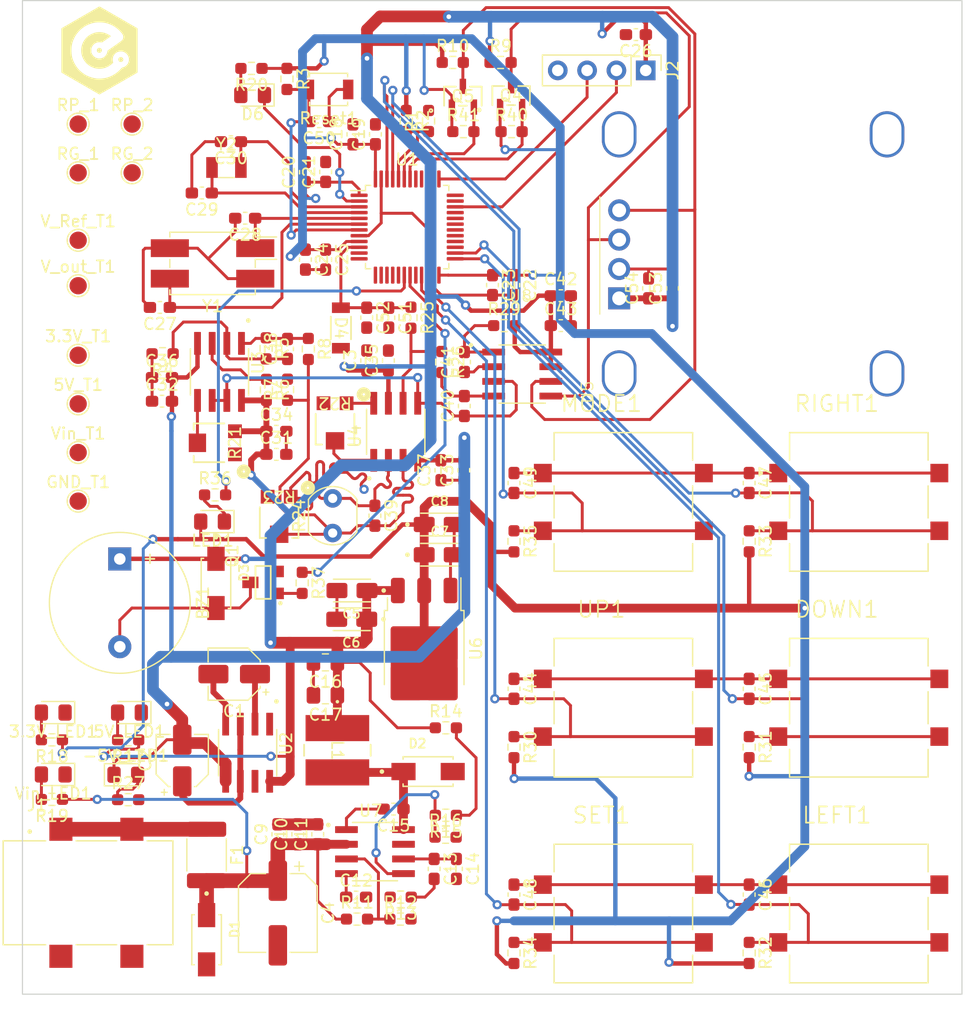
<source format=kicad_pcb>
(kicad_pcb (version 20221018) (generator pcbnew)
  (layers (0 "F.Cu" signal) (31 "B.Cu" signal) (34 "B.Paste" user) (35 "F.Paste" user) (36 "B.SilkS" user "B.Silkscreen") (37 "F.SilkS" user "F.Silkscreen") (38 "B.Mask" user) (39 "F.Mask" user) (44 "Edge.Cuts" user))
  (net 0 "")
  (net 1 "GND")
  (net 2 "Net-(3.3V_LED1-A)")
  (net 3 "+3.3V")
  (net 4 "Net-(5V_LED1-A)")
  (net 5 "+5V")
  (net 6 "Net-(BZ1-+)")
  (net 7 "Net-(U2-CAP+)")
  (net 8 "Net-(U2-CAP-)")
  (net 9 "-5V")
  (net 10 "/Power/Vin")
  (net 11 "Net-(U7-SS)")
  (net 12 "Net-(U7-COMP)")
  (net 13 "Net-(C13-Pad2)")
  (net 14 "Net-(U7-PH)")
  (net 15 "Net-(U7-BOOT)")
  (net 16 "/MCU/OSC_OUT")
  (net 17 "/MCU/OSC_IN")
  (net 18 "/MCU/OSC32_OUT")
  (net 19 "/MCU/OSC32_IN")
  (net 20 "Net-(U3-VINA-)")
  (net 21 "Net-(U3-VOUTA)")
  (net 22 "/measure/CURRENT_SRC")
  (net 23 "VREF")
  (net 24 "ADC_HX71OB")
  (net 25 "Net-(U8-VREF)")
  (net 26 "SW_UP")
  (net 27 "SW_DOWN")
  (net 28 "SW_LEFT")
  (net 29 "SW_RIGHT")
  (net 30 "SW_SET")
  (net 31 "SW_MODE")
  (net 32 "/MCU/RESET")
  (net 33 "ADC_INO")
  (net 34 "/MCU/LED_TEST")
  (net 35 "Net-(D6-A)")
  (net 36 "Net-(F1-Pad1)")
  (net 37 "/MCU/SWDIO")
  (net 38 "/MCU/SWCLK")
  (net 39 "Net-(LED1-K)")
  (net 40 "I2C_SCL")
  (net 41 "SCL_HX710B")
  (net 42 "I2C_SDA")
  (net 43 "SDA_HX710B")
  (net 44 "/MCU/BOOT0")
  (net 45 "Net-(U3-VINA+)")
  (net 46 "Net-(U7-EN)")
  (net 47 "Net-(R14-Pad2)")
  (net 48 "Net-(U7-VSENSE)")
  (net 49 "Net-(Vin_LED1-A)")
  (net 50 "Net-(U3-VINB+)")
  (net 51 "Net-(R22-Pad1)")
  (net 52 "Net-(R22-Pad2)")
  (net 55 "/measure/vout")
  (net 56 "LED_INFO")
  (net 57 "BUZZER")
  (net 58 "Net-(Q1-Pad1)")
  (net 82 "Net-(-5V_LED1-A)")
  (footprint "Capacitor_SMD:C_0603_1608Metric_Pad1.08x0.95mm_HandSolder" (layer "F.Cu") (at 88.5941 49.7078 180)
    (fp_text reference "C30")
    (fp_text value "20pF/50V")
  )
  (footprint "TestPoint:TestPoint_Pad_D1.5mm" (layer "F.Cu") (at 80.0354 48.1838)
    (fp_text reference "RP_2")
    (fp_text value "RP")
  )
  (footprint "Capacitor_SMD:C_0603_1608Metric_Pad1.08x0.95mm_HandSolder" (layer "F.Cu") (at 108.1278 112.6733 -90)
    (fp_text reference "C14")
    (fp_text value "47pF/50V")
  )
  (footprint "TL3300CF260Q:SW_TL3300CF260Q" (layer "F.Cu") (at 142.9839 116.5352)
    (fp_text reference "LEFT1")
    (fp_text value "LEFT")
  )
  (footprint "TAJA106K016RNJ:CAPMP3216X180N" (layer "F.Cu") (at 99.06 91.059 180)
    (fp_text reference "C6")
    (fp_text value "10uF/16V")
  )
  (footprint "Capacitor_SMD:C_0603_1608Metric_Pad1.08x0.95mm_HandSolder" (layer "F.Cu") (at 133.4843 114.8977 -90)
    (fp_text reference "C46")
    (fp_text value "100nF/16V")
  )
  (footprint "Resistor_SMD:R_0603_1608Metric_Pad0.98x0.95mm_HandSolder" (layer "F.Cu") (at 91.6432 67.6024 -90)
    (fp_text reference "R5")
    (fp_text value "R_Small_US")
  )
  (footprint "Capacitor_SMD:C_0805_2012Metric_Pad1.18x1.45mm_HandSolder" (layer "F.Cu") (at 96.7779 97.6412 180)
    (fp_text reference "C17")
    (fp_text value "47uF/6.3V")
  )
  (footprint "PRT-12748:SPARKFUN_PRT-12748" (layer "F.Cu") (at 76.2168 114.7404)
    (fp_text reference "J1")
    (fp_text value "JACK-DC")
  )
  (footprint "TL3300CF260Q:SW_TL3300CF260Q" (layer "F.Cu") (at 122.5877 116.5352)
    (fp_text reference "SET1")
    (fp_text value "SET")
  )
  (footprint "Capacitor_SMD:C_0603_1608Metric_Pad1.08x0.95mm_HandSolder" (layer "F.Cu") (at 108.827 68.7848 90)
    (fp_text reference "C41")
    (fp_text value "100nF/16V")
  )
  (footprint "Capacitor_SMD:C_0603_1608Metric_Pad1.08x0.95mm_HandSolder" (layer "F.Cu") (at 101.1106 49.0728 90)
    (fp_text reference "C19")
    (fp_text value "100nF/16V")
  )
  (footprint "Capacitor_SMD:C_0603_1608Metric_Pad1.08x0.95mm_HandSolder" (layer "F.Cu") (at 96.1136 109.6772 90)
    (fp_text reference "C11")
    (fp_text value "10nF/50V")
  )
  (footprint "Capacitor_SMD:C_0603_1608Metric_Pad1.08x0.95mm_HandSolder" (layer "F.Cu") (at 99.1616 49.0728 90)
    (fp_text reference "C18")
    (fp_text value "4.7uF/10V")
  )
  (footprint "Capacitor_SMD:C_0603_1608Metric_Pad1.08x0.95mm_HandSolder" (layer "F.Cu") (at 96.2406 47.9806 180)
    (fp_text reference "C50")
    (fp_text value "100nF/16V")
  )
  (footprint "Resistor_SMD:R_0603_1608Metric_Pad0.98x0.95mm_HandSolder" (layer "F.Cu") (at 113.1135 84.3115 -90)
    (fp_text reference "R35")
    (fp_text value "10k/1%")
  )
  (footprint "Connector_PinHeader_2.54mm:PinHeader_1x04_P2.54mm_Vertical" (layer "F.Cu") (at 124.5262 43.5356 -90)
    (fp_text reference "J2")
    (fp_text value "Load Program")
  )
  (footprint "Resistor_SMD:R_0603_1608Metric_Pad0.98x0.95mm_HandSolder" (layer "F.Cu") (at 99.5172 117.0178)
    (fp_text reference "R11")
    (fp_text value "330k/1%")
  )
  (footprint "Capacitor_SMD:C_0603_1608Metric_Pad1.08x0.95mm_HandSolder" (layer "F.Cu") (at 117.1702 63.0428)
    (fp_text reference "C42")
    (fp_text value "10uF/16V")
  )
  (footprint "Capacitor_SMD:C_0603_1608Metric_Pad1.08x0.95mm_HandSolder" (layer "F.Cu") (at 113.1135 97.0796 -90)
    (fp_text reference "C44")
    (fp_text value "100nF/16V")
  )
  (footprint "LED_SMD:LED_0805_2012Metric_Pad1.15x1.40mm_HandSolder" (layer "F.Cu") (at 73.2028 104.4956 180)
    (fp_text reference "Vin_LED1")
    (fp_text value "BLUE")
  )
  (footprint "Capacitor_SMD:C_0603_1608Metric_Pad1.08x0.95mm_HandSolder" (layer "F.Cu") (at 92.5311 74.781075)
    (fp_text reference "C34")
    (fp_text value "100nF/16V")
  )
  (footprint "LED_SMD:LED_0805_2012Metric_Pad1.15x1.40mm_HandSolder" (layer "F.Cu") (at 90.4748 45.6692 180)
    (fp_text reference "D6")
    (fp_text value "Led_test")
  )
  (footprint "TAJA106K016RNJ:CAPMP3216X180N" (layer "F.Cu") (at 106.6338 85.471)
    (fp_text reference "C7")
    (fp_text value "10uF/16V")
  )
  (footprint "Capacitor_SMD:C_0603_1608Metric_Pad1.08x0.95mm_HandSolder" (layer "F.Cu") (at 100.3554 68.6551 90)
    (fp_text reference "C3")
    (fp_text value "10uF/16V")
  )
  (footprint "Capacitor_SMD:C_0603_1608Metric_Pad1.08x0.95mm_HandSolder" (layer "F.Cu") (at 108.7628 78.1558 90)
    (fp_text reference "C33")
    (fp_text value "10uF/16V")
  )
  (footprint "Resistor_SMD:R_0603_1608Metric_Pad0.98x0.95mm_HandSolder" (layer "F.Cu") (at 133.4843 84.3115 -90)
    (fp_text reference "R33")
    (fp_text value "10k/1%")
  )
  (footprint "Capacitor_SMD:C_0603_1608Metric_Pad1.08x0.95mm_HandSolder" (layer "F.Cu") (at 92.5311 76.781325)
    (fp_text reference "C31")
    (fp_text value "10uF/16V")
  )
  (footprint "LED_SMD:LED_0805_2012Metric_Pad1.15x1.40mm_HandSolder" (layer "F.Cu") (at 87.004 82.6008 180)
    (fp_text reference "LED1")
    (fp_text value "RED")
  )
  (footprint "Resistor_SMD:R_0603_1608Metric_Pad0.98x0.95mm_HandSolder" (layer "F.Cu") (at 108.7266 48.8388)
    (fp_text reference "R41")
    (fp_text value "10k/1%")
  )
  (footprint "Capacitor_SMD:C_0603_1608Metric_Pad1.08x0.95mm_HandSolder" (layer "F.Cu") (at 113.1135 79.2615 -90)
    (fp_text reference "C49")
    (fp_text value "100nF/16V")
  )
  (footprint "Resistor_SMD:R_0603_1608Metric_Pad0.98x0.95mm_HandSolder" (layer "F.Cu") (at 133.4843 119.9477 -90)
    (fp_text reference "R32")
    (fp_text value "10k/1%")
  )
  (footprint "Resistor_SMD:R_0603_1608Metric_Pad0.98x0.95mm_HandSolder" (layer "F.Cu") (at 95.3008 67.6532 -90)
    (fp_text reference "R8")
    (fp_text value "R_Small_US")
  )
  (footprint "TestPoint:TestPoint_Pad_D1.5mm" (layer "F.Cu") (at 75.3618 72.4094)
    (fp_text reference "5V_T1")
    (fp_text value "5V")
  )
  (footprint "Capacitor_SMD:C_0603_1608Metric_Pad1.08x0.95mm_HandSolder" (layer "F.Cu") (at 117.1661 65.6336)
    (fp_text reference "C43")
    (fp_text value "100nF/16V")
  )
  (footprint "Resistor_SMD:R_0603_1608Metric_Pad0.98x0.95mm_HandSolder" (layer "F.Cu") (at 82.677 68.0655 180)
    (fp_text reference "R4")
    (fp_text value "R_Small_US")
  )
  (footprint "TestPoint:TestPoint_Pad_D1.5mm" (layer "F.Cu") (at 75.3618 68.199)
    (fp_text reference "3.3V_T1")
    (fp_text value "3.3V")
  )
  (footprint "Capacitor_SMD:C_0603_1608Metric_Pad1.08x0.95mm_HandSolder" (layer "F.Cu") (at 82.6262 70.1229)
    (fp_text reference "C36")
    (fp_text value "100nF/16V")
  )
  (footprint "LED_SMD:LED_0805_2012Metric_Pad1.15x1.40mm_HandSolder" (layer "F.Cu") (at 73.2028 99.1362 180)
    (fp_text reference "3.3V_LED1")
    (fp_text value "BLUE")
  )
  (footprint "Capacitor_SMD:C_0805_2012Metric_Pad1.18x1.45mm_HandSolder" (layer "F.Cu") (at 96.7779 94.7918 180)
    (fp_text reference "C16")
    (fp_text value "47uF/6.3V")
  )
  (footprint "Capacitor_SMD:C_0603_1608Metric_Pad1.08x0.95mm_HandSolder" (layer "F.Cu") (at 82.6262 72.1803)
    (fp_text reference "C32")
    (fp_text value "10uF/16V")
  )
  (footprint "TestPoint:TestPoint_Pad_D1.5mm" (layer "F.Cu") (at 75.3618 80.8302)
    (fp_text reference "GND_T1")
    (fp_text value "GND")
  )
  (footprint "SS34:DIOM4325X250N" (layer "F.Cu") (at 86.487 118.8046 -90)
    (fp_text reference "D1")
    (fp_text value "SS34")
  )
  (footprint "BSN20BKR:SOT23_NEX" (layer "F.Cu") (at 108.6866 45.7654)
    (fp_text reference "Q5")
    (fp_text value "BSN20")
  )
  (footprint "Resistor_SMD:R_0603_1608Metric_Pad0.98x0.95mm_HandSolder" (layer "F.Cu") (at 79.693 106.68)
    (fp_text reference "R27")
    (fp_text value "4.7k/1%")
  )
  (footprint "Resistor_SMD:R_0603_1608Metric_Pad0.98x0.95mm_HandSolder" (layer "F.Cu") (at 111.9524 42.8498)
    (fp_text reference "R9")
    (fp_text value "10k/1%")
  )
  (footprint "Resistor_SMD:R_0603_1608Metric_Pad0.98x0.95mm_HandSolder" (layer "F.Cu") (at 73.0903 101.4984 180)
    (fp_text reference "R18")
    (fp_text value "1k/1%")
  )
  (footprint "ul_EVM-3ESX50B14:EVM-3ESX50B14_PAN" (layer "F.Cu") (at 87.4014 75.7812 90)
    (fp_text reference "R21")
    (fp_text value "EVM-3ESX50B14")
  )
  (footprint "Resistor_SMD:R_0603_1608Metric_Pad0.98x0.95mm_HandSolder" (layer "F.Cu") (at 107.2134 108.0262 180)
    (fp_text reference "R15")
    (fp_text value "49.9k/1%")
  )
  (footprint "Capacitor_SMD:C_0603_1608Metric_Pad1.08x0.95mm_HandSolder" (layer "F.Cu") (at 95.0468 52.3494 90)
    (fp_text reference "C20")
    (fp_text value "4.7uF/10V")
  )
  (footprint "Capacitor_SMD:C_0603_1608Metric_Pad1.08x0.95mm_HandSolder" (layer "F.Cu") (at 96.7994 59.9197 -90)
    (fp_text reference "C25")
    (fp_text value "10nF/50V")
  )
  (footprint "Resistor_SMD:R_0603_1608Metric_Pad0.98x0.95mm_HandSolder" (layer "F.Cu") (at 91.6686 71.1981 -90)
    (fp_text reference "R6")
    (fp_text value "R_Small_US")
  )
  (footprint "INA128UA:SOIC127P599X175-8N" (layer "F.Cu") (at 102.87 74.8263 90)
    (fp_text reference "U4")
    (fp_text value "INA128")
  )
  (footprint "Resistor_SMD:R_0603_1608Metric_Pad0.98x0.95mm_HandSolder" (layer "F.Cu") (at 106.8578 68.7848 -90)
    (fp_text reference "R26")
    (fp_text value "0/1%")
  )
  (footprint "Capacitor_SMD:C_0603_1608Metric_Pad1.08x0.95mm_HandSolder" (layer "F.Cu") (at 108.8136 72.5948 90)
    (fp_text reference "C40")
    (fp_text value "100nF/16V")
  )
  (footprint "Resistor_SMD:R_0603_1608Metric_Pad0.98x0.95mm_HandSolder" (layer "F.Cu") (at 90.3732 43.3616 180)
    (fp_text reference "R20")
    (fp_text value "1k/1%")
  )
  (footprint "Resistor_SMD:R_0603_1608Metric_Pad0.98x0.95mm_HandSolder" (layer "F.Cu") (at 94.7674 87.9063 -90)
    (fp_text reference "R37")
    (fp_text value "1k/1%")
  )
  (footprint "ICL7662CPA:SOIC127P600X175-8N" (layer "F.Cu") (at 90.043 102.6138 -90)
    (fp_text reference "U2")
    (fp_text value "ICL7662CPA")
  )
  (footprint "Capacitor_SMD:C_0603_1608Metric_Pad1.08x0.95mm_HandSolder" (layer "F.Cu") (at 113.092 62.1284 -90)
    (fp_text reference "C22")
    (fp_text value "4.7uF/10V")
  )
  (footprint "Button_Switch_SMD:SW_SPST_B3U-1000P" (layer "F.Cu") (at 97.0534 45.1866 180)
    (fp_text reference "Reset1")
    (fp_text value "SW_Push")
  )
  (footprint "Capacitor_SMD:C_0603_1608Metric_Pad1.08x0.95mm_HandSolder" (layer "F.Cu") (at 106.7816 78.1558 90)
    (fp_text reference "C37")
    (fp_text value "100nF/16V")
  )
  (footprint "Capacitor_SMD:C_0603_1608Metric_Pad1.08x0.95mm_HandSolder" (layer "F.Cu") (at 133.4843 97.0796 -90)
    (fp_text reference "C45")
    (fp_text value "100nF/16V")
  )
  (footprint "Resistor_SMD:R_0603_1608Metric_Pad0.98x0.95mm_HandSolder" (layer "F.Cu") (at 103.7844 47.9188 -90)
    (fp_text reference "R2")
    (fp_text value "0/1%")
  )
  (footprint "Resistor_SMD:R_0603_1608Metric_Pad0.98x0.95mm_HandSolder" (layer "F.Cu") (at 93.4466 44.2741 -90)
    (fp_text reference "R3")
    (fp_text value "10k/1%")
  )
  (footprint "TestPoint:TestPoint_Pad_D1.5mm" (layer "F.Cu") (at 75.3618 48.1838)
    (fp_text reference "RP_1")
    (fp_text value "RP")
  )
  (footprint "SSD1306_I2C:SSD1306" (layer "F.Cu") (at 122.2248 63.2714 90)
    (fp_text reference "U5")
    (fp_text value "SSD1306")
  )
  (footprint "MMBT2222A:SOT23" (layer "F.Cu") (at 91.3814 87.8688 90)
    (fp_text reference "Q1")
    (fp_text value "MMBT2222A")
  )
  (footprint "TL3300CF260Q:SW_TL3300CF260Q" (layer "F.Cu") (at 142.9839 98.7171)
    (fp_text reference "DOWN1")
    (fp_text value "DOWN")
  )
  (footprint "Resistor_SMD:R_0603_1608Metric_Pad0.98x0.95mm_HandSolder" (layer "F.Cu") (at 107.8103 42.8498)
    (fp_text reference "R10")
    (fp_text value "10k/1%")
  )
  (footprint "TestPoint:TestPoint_Pad_D1.5mm" (layer "F.Cu") (at 80.0354 52.4002)
    (fp_text reference "RG_2")
    (fp_text value "RG")
  )
  (footprint "Capacitor_SMD:C_0603_1608Metric_Pad1.08x0.95mm_HandSolder" (layer "F.Cu") (at 93.4974 67.6524 90)
    (fp_text reference "C38")
    (fp_text value "10pF/50V")
  )
  (footprint "Package_QFP:LQFP-48_7x7mm_P0.5mm" (layer "F.Cu") (at 103.8606 57.0992)
    (fp_text reference "U1")
    (fp_text value "STM32F030C8Tx")
  )
  (footprint "Capacitor_SMD:C_0603_1608Metric_Pad1.08x0.95mm_HandSolder" (layer "F.Cu") (at 102.235 68.6551 90)
    (fp_text reference "C35")
    (fp_text value "100nF/16V")
  )
  (footprint "Crystal:Crystal_SMD_EuroQuartz_MQ-4Pin_7.0x5.0mm_HandSoldering" (layer "F.Cu") (at 87.0034 60.248 180)
    (fp_text reference "Y1")
    (fp_text value "8MHz")
  )
  (footprint "TL3300CF260Q:SW_TL3300CF260Q" (layer "F.Cu") (at 142.9839 80.899)
    (fp_text reference "RIGHT1")
    (fp_text value "RIGHT")
  )
  (footprint "Capacitor_SMD:C_0603_1608Metric_Pad1.08x0.95mm_HandSolder" (layer "F.Cu") (at 133.4843 79.2615 -90)
    (fp_text reference "C47")
    (fp_text value "100nF/16V")
  )
  (footprint "ul_EVM-3ESX50B14:EVM-3ESX50B14_PAN" (layer "F.Cu") (at 92.7728 81.9898 180)
    (fp_text reference "R23")
    (fp_text value "EVM-3E")
  )
  (footprint "TL3300CF260Q:SW_TL3300CF260Q" (layer "F.Cu") (at 122.5877 80.899)
    (fp_text reference "MODE1")
    (fp_text value "MODE")
  )
  (footprint "Capacitor_SMD:C_0603_1608Metric_Pad1.08x0.95mm_HandSolder" (layer "F.Cu") (at 113.1135 114.8977 -90)
    (fp_text reference "C48")
    (fp_text value "100nF/16V")
  )
  (footprint "Capacitor_SMD:C_0603_1608Metric_Pad1.08x0.95mm_HandSolder" (layer "F.Cu") (at 106.1974 112.6733 -90)
    (fp_text reference "C13")
    (fp_text value "1nF/50V")
  )
  (footprint "Capacitor_SMD:C_0603_1608Metric_Pad1.08x0.95mm_HandSolder" (layer "F.Cu") (at 96.7994 52.324 90)
    (fp_text reference "C21")
    (fp_text value "100nF/16V")
  )
  (footprint "Capacitor_SMD:CP_Elec_6.3x5.4" (layer "F.Cu") (at 92.6592 116.4904 -90)
    (fp_text reference "C4")
    (fp_text value "22uF/25V")
  )
  (footprint "TAJA105K025RNJ:CAPMP3216X180N" (layer "F.Cu") (at 99.079 88.5698 180)
    (fp_text reference "C5")
    (fp_text value "1uF/25V")
  )
  (footprint "Capacitor_SMD:C_0603_1608Metric_Pad1.08x0.95mm_HandSolder" (layer "F.Cu") (at 100.3554 64.9467 -90)
    (fp_text reference "C52")
    (fp_text value "100nF/16V")
  )
  (footprint "BSN20BKR:SOT23_NEX" (layer "F.Cu") (at 112.8649 45.7146)
    (fp_text reference "Q4")
    (fp_text value "BSN20")
  )
  (footprint "HX710B:HX710B" (layer "F.Cu") (at 113.7082 72.3111)
    (fp_text reference "U8")
    (fp_text value "HX710B")
  )
  (footprint "Resistor_SMD:R_0603_1608Metric_Pad0.98x0.95mm_HandSolder" (layer "F.Cu") (at 87.2236 80.2894)
    (fp_text reference "R36")
    (fp_text value "1k/1%")
  )
  (footprint "Resistor_SMD:R_0603_1608Metric_Pad0.98x0.95mm_HandSolder" (layer "F.Cu") (at 113.1135 119.9477 -90)
    (fp_text reference "R34")
    (fp_text value "10k/1%")
  )
  (footprint "TPS54331D:SOIC127P599X175-8N" (layer "F.Cu") (at 101.0728 111.1758)
    (fp_text reference "U7")
    (fp_text value "TPS54331D")
  )
  (footprint "TestPoint:TestPoint_Pad_D1.5mm" (layer "F.Cu") (at 75.3618 62.1792)
    (fp_text reference "V_out_T1")
    (fp_text value "V_out")
  )
  (footprint "Resistor_SMD:R_0603_1608Metric_Pad0.98x0.95mm_HandSolder" (layer "F.Cu") (at 112.9049 48.8388)
    (fp_text reference "R40")
    (fp_text value "10k/1%")
  )
  (footprint "Resistor_SMD:R_0603_1608Metric_Pad0.98x0.95mm_HandSolder" (layer "F.Cu") (at 73.0903 106.6546 180)
    (fp_text reference "R19")
    (fp_text value "4.7k/1%")
  )
  (footprint "Capacitor_SMD:C_0603_1608Metric_Pad1.08x0.95mm_HandSolder" (layer "F.Cu") (at 86.073 54.1517 180)
    (fp_text reference "C29")
    (fp_text value "20pF/50V")
  )
  (footprint "Fuse:Fuse_1812_4532Metric_Pad1.30x3.40mm_HandSolder" (layer "F.Cu") (at 86.487 111.4654 -90)
    (fp_text reference "F1")
    (fp_text value "Fuse_Small")
  )
  (footprint "Crystal:Crystal_SMD_3215-2Pin_3.2x1.5mm" (layer "F.Cu") (at 88.2066 51.9419)
    (fp_text reference "Y2")
    (fp_text value "32.768KHz")
  )
  (footprint "Capacitor_SMD:C_0603_1608Metric_Pad1.08x0.95mm_HandSolder" (layer "F.Cu") (at 126.8476 62.4089 90)
    (fp_text reference "C53")
    (fp_text value "10uF/16V")
  )
  (footprint "OptoDevice:R_LDR_5.0x4.1mm_P3mm_Vertical" (layer "F.Cu") (at 97.409 83.5928 90)
    (fp_text reference "R24")
    (fp_text value "GL5528")
  )
  (footprint "Resistor_SMD:R_0603_1608Metric_Pad0.98x0.95mm_HandSolder" (layer "F.Cu") (at 107.2134 100.457)
    (fp_text reference "R14")
    (fp_text value "2.49k/1%")
  )
  (footprint "Capacitor_SMD:C_0603_1608Metric_Pad1.08x0.95mm_HandSolder" (layer "F.Cu") (at 101.0666 82.0928 -90)
    (fp_text reference "C39")
    (fp_text value "1uF/16V")
  )
  (footprint "ul_SDE0604A-330M:IND_SDE0604A_5P8X5P2X4P5_BRN" (layer "F.Cu") (at 97.8154 102.4001 -90)
    (fp_text reference "L1")
    (fp_text value " 6.8uH/2.2A")
  )
  (footprint "TAJA105K025RNJ:CAPMP3216X180N" (layer "F.Cu") (at 106.6338 82.8548)
    (fp_text reference "C8")
    (fp_text value "1uF/25V")
  )
  (footprint "Resistor_SMD:R_0603_1608Metric_Pad0.98x0.95mm_HandSolder" (layer "F.Cu") (at 79.693 101.4984 180)
    (fp_text reference "R17")
    (fp_text value "1k/1%")
  )
  (footprint "Package_TO_SOT_SMD:TO-252-3_TabPin2" (layer "F.Cu") (at 105.3338 93.6098 -90)
    (fp_text reference "U6")
    (fp_text value "LM1117DT-3.3")
  )
  (footprint "Resistor_SMD:R_0603_1608Metric_Pad0.98x0.95mm_HandSolder" (layer "F.Cu") (at 104.1908 64.9467 -90)
    (fp_text reference "R25")
    (fp_text value "0/1%")
  )
  (footprint "Resistor_SMD:R_0603_1608Metric_Pad0.98x0.95mm_HandSolder" (layer "F.Cu") (at 133.4843 102.1296 -90)
    (fp_text reference "R31")
    (fp_text value "10k/1%")
  )
  (footprint "Capacitor_SMD:C_0603_1608Metric_Pad1.08x0.95mm_HandSolder" (layer "F.Cu") (at 99.441 115.1128)
    (fp_text reference "C12")
    (fp_text value "10nF/50V")
  )
  (footprint "Capacitor_SMD:C_0603_1608Metric_Pad1.08x0.95mm_HandSolder" (layer "F.Cu") (at 123.6726 40.4368 180)
    (fp_text reference "C26")
    (fp_text value "10uF/16V")
  )
  (footprint "SS34:DIOM4325X250N" (layer "F.Cu") (at 105.6728 104.2452)
    (fp_text reference "D2")
    (fp_text value "SS34")
  )
  (footprint "Resistor_SMD:R_0603_1608Metric_Pad0.98x0.95mm_HandSolder" (layer "F.Cu") (at 103.3018 115.1128 180)
    (fp_text reference "R13")
    (fp_text value "30k/1%")
  )
  (footprint "Resistor_SMD:R_0603_1608Metric_Pad0.98x0.95mm_HandSolder" (layer "F.Cu") (at 105.7148 47.9188 90)
    (fp_text reference "R1")
    (fp_text value "0/1%")
  )
  (footprint "Capacitor_SMD:C_0603_1608Metric_Pad1.08x0.95mm_HandSolder" (layer "F.Cu") (at 92.6592 109.6772 90)
    (fp_text reference "C9")
    (fp_text value "4.7uF/25V")
  )
  (footprint "LED_SMD:LED_0805_2012Metric_Pad1.15x1.40mm_HandSolder" (layer "F.Cu") (at 79.8055 99.1362 180)
    (fp_text reference "5V_LED1")
    (fp_text value "BLUE")
  )
  (footprint "SS34:DIOM4325X250N" (layer "F.Cu") (at 87.2998 87.9542 -90)
    (fp_text reference "D3")
    (fp_text value "SS34")
  )
  (footprint "Capacitor_SMD:C_0603_1608Metric_Pad1.08x0.95mm_HandSolder" (layer "F.Cu") (at 102.2731 64.9467 -90)
    (fp_text reference "C51")
    (fp_text value "10uF/16V")
  )
  (footprint "ul_EVM-3ESX50B14:EVM-3ESX50B14_PAN" (layer "F.Cu") (at 97.6133 73.89935 180)
    (fp_text reference "R22")
    (fp_text value "EVM-3E")
  )
  (footprint "Capacitor_SMD:C_0603_1608Metric_Pad1.08x0.95mm_HandSolder" (layer "F.Cu") (at 102.6803 107.4928 180)
    (fp_text reference "C15")
    (fp_text value "0.1uF/16V")
  )
  (footprint "Resistor_SMD:R_0603_1608Metric_Pad0.98x0.95mm_HandSolder" (layer "F.Cu") (at 103.2764 117.0178)
    (fp_text reference "R12")
    (fp_text value "47k/1%")
  )
  (footprint "Resistor_SMD:R_0603_1608Metric_Pad0.98x0.95mm_HandSolder" (layer "F.Cu") (at 93.4974 71.1838 90)
    (fp_text reference "R7")
    (fp_text value "R_Small_US")
  )
  (footprint "Capacitor_SMD:CP_Elec_4x5.4" (layer "F.Cu") (at 88.878 95.8066 180)
    (fp_text reference "C1")
    (fp_text value "10uF/16V")
  )
  (footprint "Capacitor_SMD:C_0603_1608Metric_Pad1.08x0.95mm_HandSolder" (layer "F.Cu") (at 89.8312 56.3356 180)
    (fp_text reference "C28")
    (fp_text value "20pF/50V")
  )
  (footprint "Capacitor_SMD:C_0603_1608Metric_Pad1.08x0.95mm_HandSolder" (layer "F.Cu") (at 95.0468 59.9197 -90)
    (fp_text reference "C24")
    (fp_text value "1uF/16V")
  )
  (footprint "TestPoint:TestPoint_Pad_D1.5mm" (layer "F.Cu") (at 75.3618 76.6198)
    (fp_text reference "Vin_T1")
    (fp_text value "Vin")
  )
  (footprint "Capacitor_SMD:CP_Elec_4x5.4" (layer "F.Cu") (at 84.3788 103.2888 90)
    (fp_text reference "C2")
    (fp_text value "10uF/16V")
  )
  (footprint "logo:logo_khoa_dien" (layer "F.Cu") (at 77.216 41.8084)
    (fp_text reference "G***" hide)
    (fp_text value "LOGO" hide)
  )
  (footprint "MCP6002:SOIC127P599X173-8N" (layer "F.Cu") (at 87.6046 69.6406 -90)
    (fp_text reference "U3")
    (fp_text value "MCP6002")
  )
  (footprint "Capacitor_SMD:C_0603_1608Metric_Pad1.08x0.95mm_HandSolder" (layer "F.Cu") (at 82.4409 64.0588 180)
    (fp_text reference "C27")
    (fp_text value "20pF/50V")
  )
  (footprint "Capacitor_SMD:C_0603_1608Metric_Pad1.08x0.95mm_HandSolder" (layer "F.Cu") (at 111.252 62.1284 -90)
    (fp_text reference "C23")
    (fp_text value "100nF/16V")
  )
  (footprint "Resistor_SMD:R_0603_1608Metric_Pad0.98x0.95mm_HandSolder" (layer "F.Cu") (at 107.188 109.9312)
    (fp_text reference "R16")
    (fp_text value "10k/1%")
  )
  (footprint "Resistor_SMD:R_0603_1608Metric_Pad0.98x0.95mm_HandSolder" (layer "F.Cu") (at 112.2661 65.6336)
    (fp_text reference "R29")
    (fp_text value "220/1%")
  )
  (footprint "ZMM3V9_3V3:ZDO_ZMM_3p5x1p45_STM" (layer "F.Cu") (at 98.1202 65.8368 -90)
    (fp_text reference "D4")
    (fp_text value "ZMM3V3")
  )
  (footprint "Buzzer_Beeper:Buzzer_12x9.5RM7.6" (layer "F.Cu") (at 78.9686 85.8366 -90)
    (fp_text reference "BZ1")
    (fp_text value "Buzzer")
  )
  (footprint "TestPoint:TestPoint_Pad_D1.5mm" (layer "F.Cu") (at 75.3618 52.4002)
    (fp_text reference "RG_1")
    (fp_text value "RG")
  )
  (footprint "LED_SMD:LED_0805_2012Metric_Pad1.15x1.40mm_HandSolder" (layer "F.Cu") (at 79.493 104.521)
    (fp_text reference "-5V_LED1")
    (fp_text value "BLUE")
  )
  (footprint "Resistor_SMD:R_0603_1608Metric_Pad0.98x0.95mm_HandSolder" (layer "F.Cu") (at 113.1135 102.1334 -90)
    (fp_text reference "R30")
    (fp_text value "10k/1%")
  )
  (footprint "TestPoint:TestPoint_Pad_D1.5mm" (layer "F.Cu") (at 75.3618 58.2422)
    (fp_text reference "V_Ref_T1")
    (fp_text value "V_Ref")
  )
  (footprint "TL3300CF260Q:SW_TL3300CF260Q" (layer "F.Cu") (at 122.5877 98.7171)
    (fp_text reference "UP1")
    (fp_text value "UP")
  )
  (footprint "Capacitor_SMD:C_0603_1608Metric_Pad1.08x0.95mm_HandSolder" (layer "F.Cu") (at 94.3864 109.6772 90)
    (fp_text reference "C10")
    (fp_text value "4.7uF/25V")
  )
  (footprint "Capacitor_SMD:C_0603_1608Metric_Pad1.08x0.95mm_HandSolder" (layer "F.Cu") (at 124.7737 62.4089 90)
    (fp_text reference "C54")
    (fp_text value "100nF/16V")
  )
  (gr_rect (start 70.5358 37.4904) (end 151.9174 123.5202) (stroke (width 0.1)) (fill none) (layer "Edge.Cuts"))
  (segment (start 101.0666 79.7814) (end 101.0666 81.2303) (width 0.254) (layer "F.Cu") (net 1))
  (segment (start 118.0286 63.0469) (end 118.0327 63.0428) (width 0.254) (layer "F.Cu") (net 1))
  (segment (start 126.8476 61.5464) (end 126.8476 60.8241) (width 0.254) (layer "F.Cu") (net 1))
  (segment (start 86.6244 59.8424) (end 86.614 59.8424) (width 0.254) (layer "F.Cu") (net 1))
  (segment (start 97.1031 45.8481) (end 97.7646 45.1866) (width 0.254) (layer "F.Cu") (net 1))
  (segment (start 96.023 78.6336) (end 96.023 77.699846) (width 0.254) (layer "F.Cu") (net 1))
  (segment (start 102.234999 79.037266) (end 102.341066 79.143333) (width 0.254) (layer "F.Cu") (net 1))
  (segment (start 99.537483 78.793219) (end 99.773471 78.557232) (width 0.254) (layer "F.Cu") (net 1))
  (segment (start 85.2105 50.8486) (end 85.2105 54.1517) (width 0.254) (layer "F.Cu") (net 1))
  (segment (start 106.1106 61.2617) (end 106.1106 57.7236) (width 0.254) (layer "F.Cu") (net 1))
  (segment (start 99.537484 78.793218) (end 99.537483 78.793219) (width 0.254) (layer "F.Cu") (net 1))
  (segment (start 99.961747 79.641747) (end 100.1268 79.8068) (width 0.254) (layer "F.Cu") (net 1))
  (segment (start 85.6996 58.928) (end 86.8553 60.0837) (width 0.254) (layer "F.Cu") (net 1))
  (segment (start 94.6946 80.5928) (end 94.504595 80.5928) (width 0.254) (layer "F.Cu") (net 1))
  (segment (start 97.7646 45.1866) (end 98.7534 45.1866) (width 0.254) (layer "F.Cu") (net 1))
  (segment (start 94.9946 81.2428) (end 94.9946 80.8928) (width 0.254) (layer "F.Cu") (net 1))
  (segment (start 89.408 106.553) (end 89.027 106.934) (width 0.508) (layer "F.Cu") (net 1))
  (segment (start 102.235 77.2963) (end 102.235 78.613) (width 0.254) (layer "F.Cu") (net 1))
  (segment (start 133.4843 114.0352) (end 129.5627 114.0352) (width 0.254) (layer "F.Cu") (net 1))
  (segment (start 95.0468 60.7822) (end 96.7994 60.7822) (width 0.254) (layer "F.Cu") (net 1))
  (segment (start 93.772925 79.683675) (end 95.123 78.3336) (width 0.254) (layer "F.Cu") (net 1))
  (segment (start 98.123 78.3336) (end 98.6536 78.3336) (width 0.254) (layer "F.Cu") (net 1))
  (segment (start 81.7645 68.0655) (end 81.7645 72.1795) (width 0.254) (layer "F.Cu") (net 1))
  (segment (start 99.961746 79.641746) (end 99.961747 79.641747) (width 0.254) (layer "F.Cu") (net 1))
  (segment (start 87.7316 49.7078) (end 86.3513 49.7078) (width 0.254) (layer "F.Cu") (net 1))
  (segment (start 97.779 91.04) (end 97.76 91.059) (width 0.254) (layer "F.Cu") (net 1))
  (segment (start 113.092 62.9909) (end 111.252 62.9909) (width 0.254) (layer "F.Cu") (net 1))
  (segment (start 101.386471 79.461532) (end 101.386472 79.461531) (width 0.254) (layer "F.Cu") (net 1))
  (segment (start 96.623 78.3336) (end 96.623 78.967354) (width 0.254) (layer "F.Cu") (net 1))
  (segment (start 101.916802 79.567597) (end 101.872218 79.523013) (width 0.254) (layer "F.Cu") (net 1))
  (segment (start 97.409 80.5928) (end 96.4946 80.5928) (width 0.254) (layer "F.Cu") (net 1))
  (segment (start 124.7737 61.5464) (end 124.7737 60.7822) (width 0.254) (layer "F.Cu") (net 1))
  (segment (start 111.3536 69.1923) (end 110.0689 69.1923) (width 0.254) (layer "F.Cu") (net 1))
  (segment (start 102.341065 79.567598) (end 102.341066 79.567597) (width 0.254) (layer "F.Cu") (net 1))
  (segment (start 83.3034 58.928) (end 85.6996 58.928) (width 0.254) (layer "F.Cu") (net 1))
  (segment (start 93.3936 76.781325) (end 93.3936 74.781075) (width 0.254) (layer "F.Cu") (net 1))
  (segment (start 89.027 106.934) (end 84.9376 106.934) (width 0.508) (layer "F.Cu") (net 1))
  (segment (start 149.9589 114.0352) (end 133.4843 114.0352) (width 0.254) (layer "F.Cu") (net 1))
  (segment (start 81.0006 63.481) (end 81.0006 59.1058) (width 0.254) (layer "F.Cu") (net 1))
  (segment (start 118.0286 65.6336) (end 118.0286 63.0469) (width 0.254) (layer "F.Cu") (net 1))
  (segment (start 133.4843 78.399) (end 129.5627 78.399) (width 0.254) (layer "F.Cu") (net 1))
  (segment (start 84.9376 106.934) (end 84.3788 106.3752) (width 0.508) (layer "F.Cu") (net 1))
  (segment (start 102.235 79.037266) (end 102.234999 79.037266) (width 0.254) (layer "F.Cu") (net 1))
  (segment (start 129.5627 78.399) (end 113.1135 78.399) (width 0.254) (layer "F.Cu") (net 1))
  (segment (start 100.508639 57.8492) (end 101.6106 56.747239) (width 0.254) (layer "F.Cu") (net 1))
  (segment (start 93.918975 80.5928) (end 93.772925 80.44675) (width 0.254) (layer "F.Cu") (net 1))
  (segment (start 89.408 105.0888) (end 89.408 106.553) (width 0.508) (layer "F.Cu") (net 1))
  (segment (start 106.817478 62.9909) (end 111.252 62.9909) (width 0.254) (layer "F.Cu") (net 1))
  (segment (start 95.423 78.6336) (end 95.423 78.96736) (width 0.254) (layer "F.Cu") (net 1))
  (segment (start 107.6138 85.791) (end 107.9338 85.471) (width 0.254) (layer "F.Cu") (net 1))
  (segment (start 81.5784 64.0588) (end 81.0006 63.481) (width 0.254) (layer "F.Cu") (net 1))
  (segment (start 88.9687 56.3356) (end 88.9687 57.4981) (width 0.254) (layer "F.Cu") (net 1))
  (segment (start 89.408 105.0888) (end 89.408 102.362) (width 0.508) (layer "F.Cu") (net 1))
  (segment (start 84.3788 106.3752) (end 84.3788 105.0888) (width 0.508) (layer "F.Cu") (net 1))
  (segment (start 96.1946 80.2928) (end 96.1946 79.8928) (width 0.254) (layer "F.Cu") (net 1))
  (segment (start 101.386472 79.461531) (end 101.0666 79.7814) (width 0.254) (layer "F.Cu") (net 1))
  (segment (start 86.8553 60.0837) (end 88.3396 61.568) (width 0.254) (layer "F.Cu") (net 1))
  (segment (start 101.0666 81.2303) (end 99.5945 81.2303) (width 0.254) (layer "F.Cu") (net 1))
  (segment (start 129.5627 114.0352) (end 113.1135 114.0352) (width 0.254) (layer "F.Cu") (net 1))
  (segment (start 101.6106 56.747239) (end 101.6106 55.9054) (width 0.254) (layer "F.Cu") (net 1))
  (segment (start 100.197734 78.981497) (end 100.197735 78.981496) (width 0.254) (layer "F.Cu") (net 1))
  (segment (start 97.823 77.89985) (end 97.823 78.0336) (width 0.254) (layer "F.Cu") (net 1))
  (segment (start 126.7549 60.7314) (end 122.2248 60.7314) (width 0.254) (layer "F.Cu") (net 1))
  (segment (start 104.2924 55.9054) (end 101.6106 55.9054) (width 0.254) (layer "F.Cu") (net 1))
  (segment (start 89.408 102.362) (end 89.408 100.1388) (width 0.508) (layer "F.Cu") (net 1))
  (segment (start 98.957 80.5928) (end 97.409 80.5928) (width 0.254) (layer "F.Cu") (net 1))
  (segment (start 96.1136 108.8147) (end 92.6592 108.8147) (width 1.016) (layer "F.Cu") (net 1))
  (segment (start 97.1031 47.9806) (end 97.1031 45.8481) (width 0.254) (layer "F.Cu") (net 1))
  (segment (start 97.223 78.967354) (end 97.223 78.3336) (width 0.254) (layer "F.Cu") (net 1))
  (segment (start 95.5946 80.2928) (end 95.5946 81.2428) (width 0.254) (layer "F.Cu") (net 1))
  (segment (start 126.8476 60.8241) (end 126.7549 60.7314) (width 0.254) (layer "F.Cu") (net 1))
  (segment (start 129.5627 96.2171) (end 113.1135 96.2171) (width 0.254) (layer "F.Cu") (net 1))
  (segment (start 96.023 78.96736) (end 96.023 78.6336) (width 0.254) (layer "F.Cu") (net 1))
  (segment (start 101.872218 79.523013) (end 101.810736 79.461531) (width 0.254) (layer "F.Cu") (net 1))
  (segment (start 99.6981 57.8492) (end 100.508639 57.8492) (width 0.254) (layer "F.Cu") (net 1))
  (segment (start 100.197735 78.981496) (end 99.961746 79.217482) (width 0.254) (layer "F.Cu") (net 1))
  (segment (start 101.6106 55.9054) (end 101.6106 52.9367) (width 0.254) (layer "F.Cu") (net 1))
  (segment (start 110.0689 69.1923) (end 109.6139 69.6473) (width 0.254) (layer "F.Cu") (net 1))
  (segment (start 97.779 88.5698) (end 97.779 91.04) (width 0.254) (layer "F.Cu") (net 1))
  (segment (start 95.5946 79.8928) (end 95.5946 80.2928) (width 0.254) (layer "F.Cu") (net 1))
  (segment (start 88.3396 61.568) (end 90.7034 61.568) (width 0.254) (layer "F.Cu") (net 1))
  (segment (start 149.9589 96.2171) (end 133.4843 96.2171) (width 0.254) (layer "F.Cu") (net 1))
  (segment (start 108.7628 79.0183) (end 106.7816 79.0183) (width 0.254) (layer "F.Cu") (net 1))
  (segment (start 107.9338 85.471) (end 107.9338 82.8548) (width 0.254) (layer "F.Cu") (net 1))
  (segment (start 86.3513 49.7078) (end 85.2105 50.8486) (width 0.254) (layer "F.Cu") (net 1))
  (segment (start 81.7645 72.1795) (end 81.7637 72.1803) (width 0.254) (layer "F.Cu") (net 1))
  (segment (start 81.0006 59.1058) (end 81.1784 58.928) (width 0.254) (layer "F.Cu") (net 1))
  (segment (start 88.9687 57.4981) (end 86.6244 59.8424) (width 0.254) (layer "F.Cu") (net 1))
  (segment (start 98.6536 78.3336) (end 99.113219 78.793219) (width 0.254) (layer "F.Cu") (net 1))
  (segment (start 107.6138 88.5698) (end 107.6138 85.791) (width 0.254) (layer "F.Cu") (net 1))
  (segment (start 106.1106 62.284022) (end 106.817478 62.9909) (width 0.254) (layer "F.Cu") (net 1))
  (segment (start 81.1784 58.928) (end 83.3034 58.928) (width 0.254) (layer "F.Cu") (net 1))
  (segment (start 93.772925 80.44675) (end 93.772925 79.683675) (width 0.254) (layer "F.Cu") (net 1))
  (segment (start 149.9589 78.399) (end 133.4843 78.399) (width 0.254) (layer "F.Cu") (net 1))
  (segment (start 97.223 78.3336) (end 97.223 77.89985) (width 0.254) (layer "F.Cu") (net 1))
  (segment (start 133.4843 96.2171) (end 129.5627 96.2171) (width 0.254) (layer "F.Cu") (net 1))
  (segment (start 109.6139 69.6473) (end 108.827 69.6473) (width 0.254) (layer "F.Cu") (net 1))
  (segment (start 99.5945 81.2303) (end 98.957 80.5928) (width 0.254) (layer "F.Cu") (net 1))
  (segment (start 106.1106 57.7236) (end 104.2924 55.9054) (width 0.254) (layer "F.Cu") (net 1))
  (segment (start 94.504595 80.5928) (end 93.918975 80.5928) (width 0.254) (layer "F.Cu") (net 1))
  (segment (start 95.7404 94.7918) (end 95.7404 97.6412) (width 0.254) (layer "F.Cu") (net 1))
  (segment (start 106.1106 61.2617) (end 106.1106 62.284022) (width 0.254) (layer "F.Cu") (net 1))
  (segment (start 96.623 77.699846) (end 96.623 78.3336) (width 0.254) (layer "F.Cu") (net 1))
  (via (at 100.1268 79.8068) (size 0.8) (drill 0.4) (layers "F.Cu" "B.Cu") (net 1))
  (arc (start 100.197735 78.557232) (mid 100.285602 78.769364) (end 100.197734 78.981497) (width 0.254) (layer "F.Cu") (net 1))
  (arc (start 96.4946 80.5928) (mid 96.282468 80.504932) (end 96.1946 80.2928) (width 0.254) (layer "F.Cu") (net 1))
  (arc (start 97.523 77.59985) (mid 97.735132 77.687718) (end 97.823 77.89985) (width 0.254) (layer "F.Cu") (net 1))
  (arc (start 99.113219 78.793219) (mid 99.325353 78.881088) (end 99.537484 78.793218) (width 0.254) (layer "F.Cu") (net 1))
  (arc (start 96.023 77.699846) (mid 96.110868 77.487714) (end 96.323 77.399846) (width 0.254) (layer "F.Cu") (net 1))
  (arc (start 96.923 79.267354) (mid 97.135132 79.179486) (end 97.223 78.967354) (width 0.254) (layer "F.Cu") (net 1))
  (arc (start 99.961746 79.217482) (mid 99.873878 79.429614) (end 99.961746 79.641746) (width 0.254) (layer "F.Cu") (net 1))
  (arc (start 102.235 78.613) (mid 102.147131 78.825134) (end 102.235 79.037266) (width 0.254) (layer "F.Cu") (net 1))
  (arc (start 96.323 77.399846) (mid 96.535132 77.487714) (end 96.623 77.699846) (width 0.254) (layer "F.Cu") (net 1))
  (arc (start 101.810736 79.461531) (mid 101.598604 79.373662) (end 101.386471 79.461532) (width 0.254) (layer "F.Cu") (net 1))
  (arc (start 95.8946 79.5928) (mid 95.682468 79.680668) (end 95.5946 79.8928) (width 0.254) (layer "F.Cu") (net 1))
  (arc (start 96.623 78.967354) (mid 96.710868 79.179486) (end 96.923 79.267354) (width 0.254) (layer "F.Cu") (net 1))
  (arc (start 95.723 79.26736) (mid 95.935132 79.179492) (end 96.023 78.96736) (width 0.254) (layer "F.Cu") (net 1))
  (arc (start 95.5946 81.2428) (mid 95.506732 81.454932) (end 95.2946 81.5428) (width 0.254) (layer "F.Cu") (net 1))
  (arc (start 94.9946 80.8928) (mid 94.906732 80.680668) (end 94.6946 80.5928) (width 0.254) (layer "F.Cu") (net 1))
  (arc (start 97.223 77.89985) (mid 97.310868 77.687718) (end 97.523 77.59985) (width 0.254) (layer "F.Cu") (net 1))
  (arc (start 95.423 78.96736) (mid 95.510868 79.179492) (end 95.723 79.26736) (width 0.254) (layer "F.Cu") (net 1))
  (arc (start 96.1946 79.8928) (mid 96.106732 79.680668) (end 95.8946 79.5928) (width 0.254) (layer "F.Cu") (net 1))
  (arc (start 95.2946 81.5428) (mid 95.082468 81.454932) (end 94.9946 81.2428) (width 0.254) (layer "F.Cu") (net 1))
  (arc (start 95.123 78.3336) (mid 95.335132 78.421468) (end 95.423 78.6336) (width 0.254) (layer "F.Cu") (net 1))
  (arc (start 99.773471 78.557232) (mid 99.985603 78.469364) (end 100.197735 78.557232) (width 0.254) (layer "F.Cu") (net 1))
  (arc (start 102.341066 79.143333) (mid 102.428935 79.355465) (end 102.341065 79.567598) (width 0.254) (layer "F.Cu") (net 1))
  (arc (start 97.823 78.0336) (mid 97.910868 78.245732) (end 98.123 78.3336) (width 0.254) (layer "F.Cu") (net 1))
  (arc (start 102.341066 79.567597) (mid 102.128934 79.655465) (end 101.916802 79.567597) (width 0.254) (layer "F.Cu") (net 1))
  (segment (start 72.1778 101.4984) (end 72.1778 99.1362) (width 0.254) (layer "F.Cu") (net 2))
  (segment (start 108.966 80.8482) (end 111.0996 82.9818) (width 0.762) (layer "F.Cu") (net 3))
  (segment (start 113.1135 85.224) (end 111.1574 85.224) (width 0.381) (layer "F.Cu") (net 3))
  (segment (start 114.7561 61.2659) (end 114.7572 61.2648) (width 0.254) (layer "F.Cu") (net 3))
  (segment (start 95.0468 54.2544) (end 95.4119 54.6195) (width 0.254) (layer "F.Cu") (net 3))
  (segment (start 105.8672 80.8482) (end 108.966 80.8482) (width 0.762) (layer "F.Cu") (net 3))
  (segment (start 107.421139 61.2617) (end 106.6106 61.2617) (width 0.254) (layer "F.Cu") (net 3))
  (segment (start 97.8397 49.9353) (end 99.1616 49.9353) (width 0.254) (layer "F.Cu") (net 3))
  (segment (start 133.4843 103.0421) (end 133.4843 104.6407) (width 0.381) (layer "F.Cu") (net 3))
  (segment (start 113.1135 104.8331) (end 113.1316 104.8512) (width 0.381) (layer "F.Cu") (net 3))
  (segment (start 94.3265 59.0572) (end 95.0468 59.0572) (width 0.254) (layer "F.Cu") (net 3))
  (segment (start 105.3338 82.8548) (end 105.3338 81.3816) (width 0.762) (layer "F.Cu") (net 3))
  (segment (start 113.1135 103.0459) (end 113.1135 104.8331) (width 0.381) (layer "F.Cu") (net 3))
  (segment (start 101.1106 52.9367) (end 101.1106 49.9353) (width 0.254) (layer "F.Cu") (net 3))
  (segment (start 105.41 45.1866) (end 105.3338 45.2628) (width 0.254) (layer "F.Cu") (net 3))
  (segment (start 107.188 45.1866) (end 105.41 45.1866) (width 0.254) (layer "F.Cu") (net 3))
  (segment (start 95.0468 59.0572) (end 97.8894 59.0572) (width 0.254) (layer "F.Cu") (net 3))
  (segment (start 105.3338 94.8698) (end 105.3338 88.5698) (width 0.762) (layer "F.Cu") (net 3))
  (segment (start 126.5428 120.7516) (end 126.6514 120.8602) (width 0.381) (layer "F.Cu") (net 3))
  (segment (start 112.348924 50.398324) (end 111.9924 50.0418) (width 0.254) (layer "F.Cu") (net 3))
  (segment (start 113.2078 90.0938) (end 133.4262 90.0938) (width 0.762) (layer "F.Cu") (net 3))
  (segment (start 111.633 120.0658) (end 112.4274 120.8602) (width 0.381) (layer "F.Cu") (net 3))
  (segment (start 107.7341 48.7588) (end 107.7341 46.7106) (width 0.254) (layer "F.Cu") (net 3))
  (segment (start 113.092 61.2659) (end 107.425339 61.2659) (width 0.254) (layer "F.Cu") (net 3))
  (segment (start 133.4843 90.0357) (end 133.4262 90.0938) (width 0.381) (layer "F.Cu") (net 3))
  (segment (start 99.6981 53.8257) (end 99.6981 54.3492) (width 0.254) (layer "F.Cu") (net 3))
  (segment (start 111.0996 87.9856) (end 113.2078 90.0938) (width 0.762) (layer "F.Cu") (net 3))
  (segment (start 99.0843 53.2119) (end 99.6981 53.8257) (width 0.254) (layer "F.Cu") (net 3))
  (segment (start 133.4843 104.6407) (end 133.477 104.648) (width 0.381) (layer "F.Cu") (net 3))
  (segment (start 74.0028 101.4984) (end 74.0028 102.6542) (width 0.254) (layer "F.Cu") (net 3))
  (segment (start 113.092 61.2659) (end 114.7561 61.2659) (width 0.254) (layer "F.Cu") (net 3))
  (segment (start 105.3338 81.3816) (end 105.8672 80.8482) (width 0.762) (layer "F.Cu") (net 3))
  (segment (start 107.7341 45.7327) (end 107.188 45.1866) (width 0.254) (layer "F.Cu") (net 3))
  (segment (start 111.633 117.1702) (end 111.633 120.0658) (width 0.381) (layer "F.Cu") (net 3))
  (segment (start 85.979 82.6008) (end 85.979 84.0994) (width 0.254) (layer "F.Cu") (net 3))
  (segment (start 83.4037 84.1149) (end 83.4136 84.1248) (width 0.254) (layer "F.Cu") (net 3))
  (segment (start 111.9924 50.0418) (end 111.9924 48.8388) (width 0.254) (layer "F.Cu") (net 3))
  (segment (start 93.7445 59.6392) (end 94.3265 59.0572) (width 0.254) (layer "F.Cu") (net 3))
  (segment (start 89.916 84.1248) (end 91.4146 85.6234) (width 0.381) (layer "F.Cu") (net 3))
  (segment (start 93.4466 43.3616) (end 96.0336 43.3616) (width 0.381) (layer "F.Cu") (net 3))
  (segment (start 100.6856 85.6234) (end 103.4542 82.8548) (width 0.381) (layer "F.Cu") (net 3))
  (segment (start 95.0468 53.2119) (end 99.0843 53.2119) (width 0.254) (layer "F.Cu") (net 3))
  (segment (start 99.1616 49.9353) (end 101.1106 49.9353) (width 0.254) (layer "F.Cu") (net 3))
  (segment (start 95.0468 53.2119) (end 95.0468 54.2544) (width 0.254) (layer "F.Cu") (net 3))
  (segment (start 111.0996 82.9818) (end 111.0996 85.1662) (width 0.762) (layer "F.Cu") (net 3))
  (segment (start 107.8141 48.8388) (end 107.7341 48.7588) (width 0.254) (layer "F.Cu") (net 3))
  (segment (start 133.4843 85.224) (end 133.4843 90.0357) (width 0.381) (layer "F.Cu") (net 3))
  (segment (start 96.0336 43.3616) (end 96.6724 42.7228) (width 0.381) (layer "F.Cu") (net 3))
  (segment (start 81.8388 84.1248) (end 83.4136 84.1248) (width 0.381) (layer "F.Cu") (net 3))
  (segment (start 107.7341 46.7106) (end 107.7341 45.7327) (width 0.254) (layer "F.Cu") (net 3))
  (segment (start 112.4274 120.8602) (end 113.1135 120.8602) (width 0.381) (layer "F.Cu") (net 3))
  (segment (start 74.0028 102.6542) (end 73.9902 102.6668) (width 0.254) (layer "F.Cu") (net 3))
  (segment (start 138.303 90.0938) (end 133.4262 90.0938) (width 0.762) (layer "F.Cu") (net 3))
  (segment (start 107.425339 61.2659) (end 107.421139 61.2617) (width 0.254) (layer "F.Cu") (net 3))
  (segment (start 103.7844 47.0063) (end 103.7844 45.2882) (width 0.381) (layer "F.Cu") (net 3))
  (segment (start 91.4146 85.6234) (end 100.6856 85.6234) (width 0.381) (layer "F.Cu") (net 3))
  (segment (start 83.4136 84.1248) (end 83.9978 84.1248) (width 0.381) (layer "F.Cu") (net 3))
  (segment (start 83.9978 84.1248) (end 89.916 84.1248) (width 0.381) (layer "F.Cu") (net 3))
  (segment (start 97.282 49.3776) (end 97.8397 49.9353) (width 0.254) (layer "F.Cu") (net 3))
  (segment (start 105.3338 88.5698) (end 105.3338 82.8548) (width 0.762) (layer "F.Cu") (net 3))
  (segment (start 111.1574 85.224) (end 111.0996 85.1662) (width 0.381) (layer "F.Cu") (net 3))
  (segment (start 95.4119 54.6195) (end 95.9358 54.6195) (width 0.254) (layer "F.Cu") (net 3))
  (segment (start 111.9924 48.8388) (end 111.9124 48.7588) (width 0.254) (layer "F.Cu") (net 3))
  (segment (start 98.5974 58.3492) (end 99.6981 58.3492) (width 0.254) (layer "F.Cu") (net 3))
  (segment (start 111.9124 48.7588) (end 111.9124 46.6598) (width 0.254) (layer "F.Cu") (net 3))
  (segment (start 103.4542 82.8548) (end 105.3338 82.8548) (width 0.381) (layer "F.Cu") (net 3))
  (segment (start 97.8894 59.0572) (end 98.5974 58.3492) (width 0.254) (layer "F.Cu") (net 3))
  (segment (start 91.2857 43.3616) (end 93.4466 43.3616) (width 0.254) (layer "F.Cu") (net 3))
  (segment (start 111.0996 85.1662) (end 111.0996 87.9856) (width 0.762) (layer "F.Cu") (net 3))
  (segment (start 126.6514 120.8602) (end 133.4843 120.8602) (width 0.381) (layer "F.Cu") (net 3))
  (via (at 103.7844 45.2882) (size 0.8) (drill 0.4) (layers "F.Cu" "B.Cu") (net 3))
  (via (at 111.633 117.1702) (size 0.8) (drill 0.4) (layers "F.Cu" "B.Cu") (net 3))
  (via (at 133.477 104.648) (size 0.8) (drill 0.4) (layers "F.Cu" "B.Cu") (net 3))
  (via (at 93.7445 59.6392) (size 0.8) (drill 0.4) (layers "F.Cu" "B.Cu") (net 3))
  (via (at 73.9902 102.6668) (size 0.8) (drill 0.4) (layers "F.Cu" "B.Cu") (net 3))
  (via (at 126.5428 120.7516) (size 0.8) (drill 0.4) (layers "F.Cu" "B.Cu") (net 3))
  (via (at 138.303 90.0938) (size 0.8) (drill 0.4) (layers "F.Cu" "B.Cu") (net 3))
  (via (at 95.9358 54.6195) (size 0.8) (drill 0.4) (layers "F.Cu" "B.Cu") (net 3))
  (via (at 105.3338 45.2628) (size 0.8) (drill 0.4) (layers "F.Cu" "B.Cu") (net 3))
  (via (at 112.348924 50.398324) (size 0.8) (drill 0.4) (layers "F.Cu" "B.Cu") (net 3))
  (via (at 96.6724 42.7228) (size 0.8) (drill 0.4) (layers "F.Cu" "B.Cu") (net 3))
  (via (at 81.8388 84.1248) (size 0.8) (drill 0.4) (layers "F.Cu" "B.Cu") (net 3))
  (via (at 114.7572 61.2648) (size 0.8) (drill 0.4) (layers "F.Cu" "B.Cu") (net 3))
  (via (at 113.1316 104.8512) (size 0.8) (drill 0.4) (layers "F.Cu" "B.Cu") (net 3))
  (via (at 97.282 49.3776) (size 0.8) (drill 0.4) (layers "F.Cu" "B.Cu") (net 3))
  (segment (start 103.7844 40.8432) (end 103.7336 40.7924) (width 0.381) (layer "B.Cu") (net 3))
  (segment (start 97.282 49.3776) (end 94.794376 49.3776) (width 0.254) (layer "B.Cu") (net 3))
  (segment (start 138.303 110.738869) (end 131.871669 117.1702) (width 0.762) (layer "B.Cu") (net 3))
  (segment (start 74.4664 102.1906) (end 73.9902 102.6668) (width 0.254) (layer "B.Cu") (net 3))
  (segment (start 117.1194 65.0748) (end 117.1194 61.2648) (width 0.762) (layer "B.Cu") (net 3))
  (segment (start 125.0442 66.3194) (end 118.364 66.3194) (width 0.762) (layer "B.Cu") (net 3))
  (segment (start 116.997124 50.398324) (end 112.348924 50.398324) (width 0.254) (layer "B.Cu") (net 3))
  (segment (start 96.6724 40.8178) (end 96.647 40.7924) (width 0.381) (layer "B.Cu") (net 3))
  (segment (start 95.9104 40.7924) (end 96.647 40.7924) (width 0.762) (layer "B.Cu") (net 3))
  (segment (start 93.7445 59.6392) (end 94.794376 58.589324) (width 0.762) (layer "B.Cu") (net 3))
  (segment (start 126.5682 117.1702) (end 121.8946 117.1702) (width 0.762) (layer "B.Cu") (net 3))
  (segment (start 109.4486 40.7924) (end 105.283 40.7924) (width 0.762) (layer "B.Cu") (net 3))
  (segment (start 94.794376 57.385307) (end 94.7928 57.383731) (width 0.762) (layer "B.Cu") (net 3))
  (segment (start 138.303 104.6226) (end 138.303 110.738869) (width 0.762) (layer "B.Cu") (net 3))
  (segment (start 120.1928 104.8512) (end 121.8946 106.553) (width 0.381) (layer "B.Cu") (net 3))
  (segment (start 94.794376 41.908424) (end 95.9104 40.7924) (width 0.762) (layer "B.Cu") (net 3))
  (segment (start 105.3338 40.8432) (end 105.283 40.7924) (width 0.254) (layer "B.Cu") (net 3))
  (segment (start 118.364 66.3194) (end 117.1194 65.0748) (width 0.762) (layer "B.Cu") (net 3))
  (segment (start 94.8277 54.6195) (end 94.7928 54.5846) (width 0.254) (layer "B.Cu") (net 3))
  (segment (start 111.633 117.1702) (end 113.1062 117.1702) (width 0.381) (layer "B.Cu") (net 3))
  (segment (start 103.7844 45.2882) (end 103.7844 40.8432) (width 0.381) (layer "B.Cu") (net 3))
  (segment (start 138.303 79.5782) (end 125.0442 66.3194) (width 0.762) (layer "B.Cu") (net 3))
  (segment (start 121.8946 117.1702) (end 113.1062 117.1702) (width 0.762) (layer "B.Cu") (net 3))
  (segment (start 96.647 40.7924) (end 103.7336 40.7924) (width 0.762) (layer "B.Cu") (net 3))
  (segment (start 94.794376 58.589324) (end 94.794376 57.385307) (width 0.762) (layer "B.Cu") (net 3))
  (segment (start 113.1316 104.8512) (end 120.1928 104.8512) (width 0.381) (layer "B.Cu") (net 3))
  (segment (start 117.1194 48.4632) (end 109.4486 40.7924) (width 0.762) (layer "B.Cu") (net 3))
  (segment (start 94.7928 54.5846) (end 94.7928 49.912576) (width 0.762) (layer "B.Cu") (net 3))
  (segment (start 79.1146 102.1906) (end 74.4664 102.1906) (width 0.254) (layer "B.Cu") (net 3))
  (segment (start 95.9358 54.6195) (end 94.8277 54.6195) (width 0.254) (layer "B.Cu") (net 3))
  (segment (start 114.7572 61.2648) (end 117.1194 61.2648) (width 0.254) (layer "B.Cu") (net 3))
  (segment (start 81.0006 100.3046) (end 79.1146 102.1906) (width 0.254) (layer "B.Cu") (net 3))
  (segment (start 131.871669 117.1702) (end 126.5682 117.1702) (width 0.762) (layer "B.Cu") (net 3))
  (segment (start 94.7928 57.383731) (end 94.7928 54.5846) (width 0.762) (layer "B.Cu") (net 3))
  (segment (start 94.794376 49.911) (end 94.794376 41.908424) (width 0.762) (layer "B.Cu") (net 3))
  (segment (start 133.477 104.648) (end 138.2776 104.648) (width 0.381) (layer "B.Cu") (net 3))
  (segment (start 94.819776 49.9364) (end 94.794376 49.911) (width 0.254) (layer "B.Cu") (net 3))
  (segment (start 121.8946 106.553) (end 121.8946 117.1702) (width 0.381) (layer "B.Cu") (net 3))
  (segment (start 138.303 90.0938) (end 138.303 79.5782) (width 0.762) (layer "B.Cu") (net 3))
  (segment (start 117.1194 50.5206) (end 117.1194 61.2648) (width 0.762) (layer "B.Cu") (net 3))
  (segment (start 81.8388 84.1248) (end 81.0006 84.963) (width 0.254) (layer "B.Cu") (net 3))
  (segment (start 96.6724 42.7228) (end 96.6724 40.8178) (width 0.381) (layer "B.Cu") (net 3))
  (segment (start 126.5428 120.7516) (end 126.5428 117.1956) (width 0.381) (layer "B.Cu") (net 3))
  (segment (start 117.1194 50.5206) (end 116.997124 50.398324) (width 0.254) (layer "B.Cu") (net 3))
  (segment (start 117.1194 50.5206) (end 117.1194 48.4632) (width 0.762) (layer "B.Cu") (net 3))
  (segment (start 138.2776 104.648) (end 138.303 104.6226) (width 0.381) (layer "B.Cu") (net 3))
  (segment (start 126.5428 117.1956) (end 126.5682 117.1702) (width 0.381) (layer "B.Cu") (net 3))
  (segment (start 138.303 90.0938) (end 138.303 104.6226) (width 0.762) (layer "B.Cu") (net 3))
  (segment (start 81.0006 84.963) (end 81.0006 100.3046) (width 0.254) (layer "B.Cu") (net 3))
  (segment (start 105.3338 45.2628) (end 105.3338 40.8432) (width 0.254) (layer "B.Cu") (net 3))
  (segment (start 103.7336 40.7924) (end 105.283 40.7924) (width 0.762) (layer "B.Cu") (net 3))
  (segment (start 94.7928 49.912576) (end 94.794376 49.911) (width 0.762) (layer "B.Cu") (net 3))
  (segment (start 78.7805 101.4984) (end 78.7805 99.1362) (width 0.254) (layer "F.Cu") (net 4))
  (segment (start 115.2398 63.0428) (end 116.3077 63.0428) (width 0.381) (layer "F.Cu") (net 5))
  (segment (start 78.2396 102.3036) (end 77.6224 102.9208) (width 0.254) (layer "F.Cu") (net 5))
  (segment (start 80.424 102.3036) (end 78.2396 102.3036) (width 0.254) (layer "F.Cu") (net 5))
  (segment (start 78.981 85.8242) (end 78.9686 85.8366) (width 0.381) (layer "F.Cu") (net 5))
  (segment (start 116.3036 67.9223) (end 116.3036 69.1923) (width 0.381) (layer "F.Cu") (net 5))
  (segment (start 97.8154 100.4824) (end 97.8154 94.7918) (width 0.762) (layer "F.Cu") (net 5))
  (segment (start 116.3077 63.0428) (end 116.3077 67.9182) (width 0.381) (layer "F.Cu") (net 5))
  (segment (start 87.2998 85.8242) (end 89.8374 85.8242) (width 0.381) (layer "F.Cu") (net 5))
  (segment (start 124.5351 39.4451) (end 124.2314 39.1414) (width 0.381) (layer "F.Cu") (net 5))
  (segment (start 80.6055 101.4984) (end 80.6055 102.1221) (width 0.254) (layer "F.Cu") (net 5))
  (segment (start 124.5262 43.5356) (end 124.5262 40.4457) (width 0.381) (layer "F.Cu") (net 5))
  (segment (start 89.8374 85.8242) (end 89.8398 85.8266) (width 0.381) (layer "F.Cu") (net 5))
  (segment (start 93.6752 93.091) (end 92.0242 93.091) (width 1.016) (layer "F.Cu") (net 5))
  (segment (start 91.6686 72.1106) (end 89.5096 72.1106) (width 0.508) (layer "F.Cu") (net 5))
  (segment (start 113.1786 67.4452) (end 113.1786 65.6336) (width 0.381) (layer "F.Cu") (net 5))
  (segment (start 101.5238 38.862) (end 107.442 38.862) (width 1.016) (layer "F.Cu") (net 5))
  (segment (start 80.6055 102.1221) (end 80.424 102.3036) (width 0.254) (layer "F.Cu") (net 5))
  (segment (start 100.36 91.059) (end 100.36 88.5888) (width 0.762) (layer "F.Cu") (net 5))
  (segment (start 107.442 38.862) (end 107.4674 38.8874) (width 1.016) (layer "F.Cu") (net 5))
  (segment (start 113.9444 64.3382) (end 115.2398 63.0428) (width 0.381) (layer "F.Cu") (net 5))
  (segment (start 90.3478 77.2668) (end 90.833275 76.781325) (width 0.508) (layer "F.Cu") (net 5))
  (segment (start 97.79 93.091) (end 93.6752 93.091) (width 1.016) (layer "F.Cu") (net 5))
  (segment (start 103.0224 100.457) (end 106.3009 100.457) (width 0.254) (layer "F.Cu") (net 5))
  (segment (start 93.726 93.1418) (end 93.6752 93.091) (width 0.762) (layer "F.Cu") (net 5))
  (segment (start 109.3978 64.3382) (end 113.9444 64.3382) (width 0.381) (layer "F.Cu") (net 5))
  (segment (start 100.3808 69.5176) (end 102.235 69.5176) (width 0.381) (layer "F.Cu") (net 5))
  (segment (start 126.8476 63.2714) (end 122.2248 63.2714) (width 0.508) (layer "F.Cu") (net 5))
  (segment (start 91.948 105.0888) (end 93.1074 105.0888) (width 0.762) (layer "F.Cu") (net 5))
  (segment (start 93.1074 105.0888) (end 93.726 104.4702) (width 0.762) (layer "F.Cu") (net 5))
  (segment (start 126.8476 63.2714) (end 126.8476 65.6844) (width 0.508) (layer "F.Cu") (net 5))
  (segment (start 93.726 104.4702) (end 93.726 102.9462) (width 0.762) (layer "F.Cu") (net 5))
  (segment (start 91.6686 76.781325) (end 91.6686 72.1106) (width 0.508) (layer "F.Cu") (net 5))
  (segment (start 87.2998 85.8242) (end 78.981 85.8242) (width 0.381) (layer "F.Cu") (net 5))
  (segment (start 103.0538 88.5698) (end 100.379 88.5698) (width 0.762) (layer "F.Cu") (net 5))
  (segment (start 97.8154 94.7918) (end 97.8154 93.3958) (width 1.016) (layer "F.Cu") (net 5))
  (segment (start 102.235 72.3563) (end 102.235 69.5176) (width 0.381) (layer "F.Cu") (net 5))
  (segment (start 113.6557 67.9223) (end 113.1786 67.4452) (width 0.381) (layer "F.Cu") (net 5))
  (segment (start 100.3808 41.2242) (end 100.3808 40.005) (width 1.016) (layer "F.Cu") (net 5))
  (segment (start 98.753 69.5176) (end 100.3554 69.5176) (width 0.381) (layer "F.Cu") (net 5))
  (segment (start 92.0496 102.9208) (end 93.7006 102.9208) (width 0.254) (layer "F.Cu") (net 5))
  (segment (start 100.3808 40.005) (end 101.5238 38.862) (width 1.016) (layer "F.Cu") (net 5))
  (segment (start 124.5262 40.4457) (end 124.5351 40.4368) (width 0.381) (layer "F.Cu") (net 5))
  (segment (start 124.5351 40.4368) (end 124.5351 39.4451) (width 0.381) (layer "F.Cu") (net 5))
  (segment (start 106.8978 42.8498) (end 106.8978 41.7722) (width 0.381) (layer "F.Cu") (net 5))
  (segment (start 91.6686 74.781075) (end 88.94445 74.781075) (width 0.508) (layer "F.Cu") (net 5))
  (segment (start 100.36 88.5888) (end 100.379 88.5698) (width 0.762) (layer "F.Cu") (net 5))
  (segment (start 106.3498 41.2242) (end 100.3808 41.2242) (width 0.381) (layer "F.Cu") (net 5))
  (segment (start 100.6602 98.0948) (end 103.0224 100.457) (width 0.254) (layer "F.Cu") (net 5))
  (segment (start 99.7448 94.7918) (end 100.6602 95.7072) (width 0.254) (layer "F.Cu") (net 5))
  (segment (start 116.3077 67.9182) (end 116.3036 67.9223) (width 0.381) (layer "F.Cu") (net 5))
  (segment (start 93.726 102.9462) (end 93.726 93.1418) (width 0.762) (layer "F.Cu") (net 5))
  (segment (start 98.3996 69.1642) (end 98.753 69.5176) (width 0.381) (layer "F.Cu") (net 5))
  (segment (start 100.36 92.7308) (end 100.36 91.059) (width 1.016) (layer "F.Cu") (net 5))
  (segment (start 99.9998 93.091) (end 100.36 92.7308) (width 1.016) (layer "F.Cu") (net 5))
  (segment (start 97.79 93.3704) (end 97.79 93.091) (width 1.016) (layer "F.Cu") (net 5))
  (segment (start 116.3036 67.9223) (end 113.6557 67.9223) (width 0.381) (layer "F.Cu") (net 5))
  (segment (start 100.3808 42.4942) (end 100.3808 41.2242) (width 1.016) (layer "F.Cu") (net 5))
  (segment (start 111.0399 40.992538) (end 111.0399 42.8498) (width 0.381) (layer "F.Cu") (net 5))
  (segment (start 90.833275 76.781325) (end 91.6686 76.781325) (width 0.508) (layer "F.Cu") (net 5))
  (segment (start 90.3478 78.5876) (end 90.3478 77.2668) (width 0.508) (layer "F.Cu") (net 5))
  (segment (start 121.9708 39.1414) (end 120.7516 40.3606) (width 0.381) (layer "F.Cu") (net 5))
  (segment (start 97.79 93.091) (end 99.9998 93.091) (width 1.016) (layer "F.Cu") (net 5))
  (segment (start 108.9152 63.8556) (end 109.3978 64.3382) (width 0.381) (layer "F.Cu") (net 5))
  (segment (start 124.2314 39.1414) (end 121.9708 39.1414) (width 0.381) (layer "F.Cu") (net 5))
  (segment (start 97.8154 93.3958) (end 97.79 93.3704) (width 1.016) (layer "F.Cu") (net 5))
  (segment (start 106.8978 41.7722) (end 106.3498 41.2242) (width 0.381) (layer "F.Cu") (net 5))
  (segment (start 97.8154 94.7918) (end 99.7448 94.7918) (width 0.254) (layer "F.Cu") (net 5))
  (segment (start 100.6602 95.7072) (end 100.6602 98.0948) (width 0.254) (layer "F.Cu") (net 5))
  (via (at 89.8398 85.8266) (size 0.8) (drill 0.4) (layers "F.Cu" "B.Cu") (net 5))
  (via (at 111.0399 40.992538) (size 0.8) (drill 0.4) (layers "F.Cu" "B.Cu") (net 5))
  (via (at 77.6224 102.9208) (size 0.8) (drill 0.4) (layers "F.Cu" "B.Cu") (net 5))
  (via (at 92.0496 102.9208) (size 0.8) (drill 0.4) (layers "F.Cu" "B.Cu") (net 5))
  (via (at 100.3808 42.4942) (size 0.8) (drill 0.4) (layers "F.Cu" "B.Cu") (net 5))
  (via (at 98.3996 69.1642) (size 0.8) (drill 0.4) (layers "F.Cu" "B.Cu") (net 5))
  (via (at 120.7516 40.3606) (size 0.8) (drill 0.4) (layers "F.Cu" "B.Cu") (net 5))
  (via (at 107.4674 38.8874) (size 0.8) (drill 0.4) (layers "F.Cu" "B.Cu") (net 5))
  (via (at 90.3478 78.5876) (size 0.8) (drill 0.4) (layers "F.Cu" "B.Cu") (net 5))
  (via (at 126.8476 65.6844) (size 0.8) (drill 0.4) (layers "F.Cu" "B.Cu") (net 5))
  (via (at 92.0242 93.091) (size 0.8) (drill 0.4) (layers "F.Cu" "B.Cu") (net 5))
  (via (at 108.9152 63.8556) (size 0.8) (drill 0.4) (layers "F.Cu" "B.Cu") (net 5))
  (segment (start 126.8476 65.6844) (end 126.8476 40.64) (width 1.016) (layer "B.Cu") (net 5))
  (segment (start 98.3996 69.1642) (end 105.7084 69.1642) (width 0.381) (layer "B.Cu") (net 5))
  (segment (start 120.7516 38.9128) (end 120.777 38.8874) (width 0.381) (layer "B.Cu") (net 5))
  (segment (start 105.9116 63.119) (end 105.8862 63.1444) (width 0.381) (layer "B.Cu") (net 5))
  (segment (start 126.8476 40.64) (end 125.095 38.8874) (width 1.016) (layer "B.Cu") (net 5))
  (segment (start 91.9988 85.8266) (end 92.0242 85.8012) (width 0.381) (layer "B.Cu") (net 5))
  (segment (start 105.8862 51.4794) (end 100.3808 45.974) (width 1.016) (layer "B.Cu") (net 5))
  (segment (start 100.3808 45.974) (end 100.3808 42.4942) (width 1.016) (layer "B.Cu") (net 5))
  (segment (start 98.14064 77.724) (end 103.6828 77.724) (width 1.016) (layer "B.Cu") (net 5))
  (segment (start 107.4674 38.8874) (end 111.125 38.8874) (width 1.016) (layer "B.Cu") (net 5))
  (segment (start 105.8862 63.1444) (end 105.8862 51.4794) (width 1.016) (layer "B.Cu") (net 5))
  (segment (start 105.8862 75.5206) (end 105.8862 63.1444) (width 1.016) (layer "B.Cu") (net 5))
  (segment (start 108.1786 63.119) (end 105.9116 63.119) (width 0.381) (layer "B.Cu") (net 5))
  (segment (start 89.8398 85.8266) (end 91.9988 85.8266) (width 0.381) (layer "B.Cu") (net 5))
  (segment (start 103.6828 77.724) (end 105.8862 75.5206) (width 1.016) (layer "B.Cu") (net 5))
  (segment (start 90.3478 78.5876) (end 93.81242 82.05222) (width 0.508) (layer "B.Cu") (net 5))
  (segment (start 111.0399 40.992538) (end 111.0399 38.9725) (width 0.381) (layer "B.Cu") (net 5))
  (segment (start 92.0242 83.84044) (end 98.14064 77.724) (width 1.016) (layer "B.Cu") (net 5))
  (segment (start 92.0496 102.9208) (end 77.6224 102.9208) (width 0.254) (layer "B.Cu") (net 5))
  (segment (start 120.7516 40.3606) (end 120.7516 38.9128) (width 0.381) (layer "B.Cu") (net 5))
  (segment (start 108.9152 63.8556) (end 108.1786 63.119) (width 0.381) (layer "B.Cu") (net 5))
  (segment (start 111.125 38.8874) (end 120.777 38.8874) (width 1.016) (layer "B.Cu") (net 5))
  (segment (start 92.0242 93.091) (end 92.0242 85.8012) (width 1.016) (layer "B.Cu") (net 5))
  (segment (start 92.0242 85.8012) (end 92.0242 83.84044) (width 1.016) (layer "B.Cu") (net 5))
  (segment (start 125.095 38.8874) (end 120.777 38.8874) (width 1.016) (layer "B.Cu") (net 5))
  (segment (start 90.2814 89.1696) (end 90.2814 87.8688) (width 0.254) (layer "F.Cu") (net 6))
  (segment (start 78.9686 93.4366) (end 78.9686 91.1352) (width 0.254) (layer "F.Cu") (net 6))
  (segment (start 80.016 90.0878) (end 87.2998 90.0878) (width 0.254) (layer "F.Cu") (net 6))
  (segment (start 78.9686 91.1352) (end 80.016 90.0878) (width 0.254) (layer "F.Cu") (net 6))
  (segment (start 89.3724 90.0786) (end 90.2814 89.1696) (width 0.254) (layer "F.Cu") (net 6))
  (segment (start 87.2998 90.0878) (end 87.309 90.0786) (width 0.254) (layer "F.Cu") (net 6))
  (segment (start 87.309 90.0786) (end 89.3724 90.0786) (width 0.254) (layer "F.Cu") (net 6))
  (segment (start 90.678 100.1388) (end 90.678 95.8066) (width 0.508) (layer "F.Cu") (net 7))
  (segment (start 88.138 100.1388) (end 88.138 98.425) (width 0.508) (layer "F.Cu") (net 8))
  (segment (start 88.138 98.425) (end 87.078 97.365) (width 0.508) (layer "F.Cu") (net 8))
  (segment (start 87.078 97.365) (end 87.078 95.8066) (width 0.508) (layer "F.Cu") (net 8))
  (segment (start 78.468 104.521) (end 78.468 103.4722) (width 0.254) (layer "F.Cu") (net 9))
  (segment (start 83.4887 72.1803) (end 83.4887 70.1229) (width 0.381) (layer "F.Cu") (net 9))
  (segment (start 108.8136 75.3364) (end 108.7628 75.3872) (width 0.381) (layer "F.Cu") (net 9))
  (segment (start 83.4887 72.1803) (end 83.4887 73.4579) (width 0.381) (layer "F.Cu") (net 9))
  (segment (start 81.4832 103.0478) (end 83.0422 101.4888) (width 0.254) (layer "F.Cu") (net 9))
  (segment (start 78.468 103.4722) (end 78.8924 103.0478) (width 0.254) (layer "F.Cu") (net 9))
  (segment (start 86.36 101.7778) (end 88.138 103.5558) (width 1.016) (layer "F.Cu") (net 9))
  (segment (start 104.778 77.2933) (end 104.775 77.2963) (width 0.381) (layer "F.Cu") (net 9))
  (segment (start 84.3788 99.7204) (end 84.3788 101.4888) (width 1.016) (layer "F.Cu") (net 9))
  (segment (start 83.4887 70.1229) (end 84.7852 70.1229) (width 0.381) (layer "F.Cu") (net 9))
  (segment (start 83.4887 73.4579) (end 83.439 73.5076) (width 0.381) (layer "F.Cu") (net 9))
  (segment (start 78.8924 103.0478) (end 81.4832 103.0478) (width 0.254) (layer "F.Cu") (net 9))
  (segment (start 84.6678 101.7778) (end 86.36 101.7778) (width 1.016) (layer "F.Cu") (net 9))
  (segment (start 88.138 103.5558) (end 88.138 105.0888) (width 1.016) (layer "F.Cu") (net 9))
  (segment (start 108.7628 75.3872) (end 108.7628 77.2933) (width 0.381) (layer "F.Cu") (net 9))
  (segment (start 83.0422 101.4888) (end 84.3788 101.4888) (width 0.254) (layer "F.Cu") (net 9))
  (segment (start 108.7628 77.2933) (end 104.778 77.2933) (width 0.381) (layer "F.Cu") (net 9))
  (segment (start 84.3788 101.4888) (end 84.6678 101.7778) (width 1.016) (layer "F.Cu") (net 9))
  (segment (start 84.7852 70.1229) (end 85.6996 69.2085) (width 0.381) (layer "F.Cu") (net 9))
  (segment (start 83.058 98.3996) (end 84.3788 99.7204) (width 1.016) (layer "F.Cu") (net 9))
  (segment (start 85.6996 69.2085) (end 85.6996 67.1706) (width 0.381) (layer "F.Cu") (net 9))
  (via (at 108.8136 75.3364) (size 0.8) (drill 0.4) (layers "F.Cu" "B.Cu") (net 9))
  (via (at 83.439 73.5076) (size 0.8) (drill 0.4) (layers "F.Cu" "B.Cu") (net 9))
  (via (at 83.058 98.3996) (size 0.8) (drill 0.4) (layers "F.Cu" "B.Cu") (net 9))
  (segment (start 108.8136 90.3732) (end 108.8136 75.3364) (width 1.016) (layer "B.Cu") (net 9))
  (segment (start 83.058 98.3996) (end 81.8388 97.1804) (width 1.016) (layer "B.Cu") (net 9))
  (segment (start 83.439 94.2848) (end 83.4136 94.3102) (width 0.381) (layer "B.Cu") (net 9))
  (segment (start 83.439 74.7522) (end 83.439 94.2848) (width 0.381) (layer "B.Cu") (net 9))
  (segment (start 82.4738 94.3102) (end 83.4136 94.3102) (width 1.016) (layer "B.Cu") (net 9))
  (segment (start 83.4136 94.3102) (end 104.8766 94.3102) (width 1.016) (layer "B.Cu") (net 9))
  (segment (start 104.8766 94.3102) (end 108.8136 90.3732) (width 1.016) (layer "B.Cu") (net 9))
  (segment (start 81.8388 94.9452) (end 82.4738 94.3102) (width 1.016) (layer "B.Cu") (net 9))
  (segment (start 81.8388 97.1804) (end 81.8388 94.9452) (width 1.016) (layer "B.Cu") (net 9))
  (segment (start 83.439 73.5076) (end 83.439 74.7522) (width 0.381) (layer "B.Cu") (net 9))
  (segment (start 98.6028 110.5408) (end 96.1147 110.5408) (width 0.762) (layer "F.Cu") (net 10))
  (segment (start 89.9668 113.6142) (end 90.043 113.6904) (width 0.254) (layer "F.Cu") (net 10))
  (segment (start 89.9668 111.0996) (end 89.9668 113.6142) (width 0.254) (layer "F.Cu") (net 10))
  (segment (start 76.9874 106.68) (end 77.0128 106.6546) (width 0.254) (layer "F.Cu") (net 10))
  (segment (start 98.6047 117.0178) (end 97.6884 117.0178) (width 0.254) (layer "F.Cu") (net 10))
  (segment (start 96.1136 115.443) (end 96.1136 110.5397) (width 0.254) (layer "F.Cu") (net 10))
  (segment (start 97.6884 117.0178) (end 96.1136 115.443) (width 0.254) (layer "F.Cu") (net 10))
  (segment (start 86.487 113.6904) (end 86.487 116.6746) (width 1.27) (layer "F.Cu") (net 10))
  (segment (start 96.8745 110.5397) (end 96.1136 110.5397) (width 1.016) (layer "F.Cu") (net 10))
  (segment (start 92.6592 113.6904) (end 92.6592 110.5397) (width 1.27) (layer "F.Cu") (net 10))
  (segment (start 96.1136 110.5397) (end 92.6592 110.5397) (width 1.016) (layer "F.Cu") (net 10))
  (segment (start 77.0128 106.6546) (end 74.0028 106.6546) (width 0.254) (layer "F.Cu") (net 10))
  (segment (start 86.487 113.6904) (end 90.043 113.6904) (width 1.27) (layer "F.Cu") (net 10))
  (segment (start 90.043 113.6904) (end 92.6592 113.6904) (width 1.27) (layer "F.Cu") (net 10))
  (via (at 89.9668 111.0996) (size 0.8) (drill 0.4) (layers "F.Cu" "B.Cu") (net 10))
  (via (at 77.0128 106.6546) (size 0.8) (drill 0.4) (layers "F.Cu" "B.Cu") (net 10))
  (segment (start 88.773 106.6546) (end 89.9668 107.8484) (width 0.254) (layer "B.Cu") (net 10))
  (segment (start 89.9668 107.8484) (end 89.9668 111.0996) (width 0.254) (layer "B.Cu") (net 10))
  (segment (start 77.0128 106.6546) (end 88.773 106.6546) (width 0.254) (layer "B.Cu") (net 10))
  (segment (start 98.5785 115.1128) (end 98.5785 113.1051) (width 0.254) (layer "F.Cu") (net 11))
  (segment (start 98.5785 113.1051) (end 98.6028 113.0808) (width 0.508) (layer "F.Cu") (net 11))
  (segment (start 108.1278 111.8108) (end 103.5428 111.8108) (width 0.254) (layer "F.Cu") (net 12))
  (segment (start 105.41 115.1128) (end 106.1974 114.3254) (width 0.254) (layer "F.Cu") (net 13))
  (segment (start 106.1974 114.3254) (end 106.1974 113.5358) (width 0.254) (layer "F.Cu") (net 13))
  (segment (start 104.2143 115.1128) (end 105.41 115.1128) (width 0.254) (layer "F.Cu") (net 13))
  (segment (start 103.5682 104.3178) (end 97.8154 104.3178) (width 0.762) (layer "F.Cu") (net 14))
  (segment (start 103.5428 109.2708) (end 103.5428 104.2706) (width 0.762) (layer "F.Cu") (net 14))
  (segment (start 103.5428 104.2706) (end 103.5682 104.2452) (width 0.762) (layer "F.Cu") (net 14))
  (segment (start 101.8178 107.4928) (end 99.3902 107.4928) (width 0.254) (layer "F.Cu") (net 15))
  (segment (start 98.6028 108.2802) (end 98.6028 109.2708) (width 0.254) (layer "F.Cu") (net 15))
  (segment (start 99.3902 107.4928) (end 98.6028 108.2802) (width 0.254) (layer "F.Cu") (net 15))
  (segment (start 83.3034 64.0588) (end 92.1766 64.0588) (width 0.254) (layer "F.Cu") (net 16))
  (segment (start 93.722 56.8492) (end 99.6981 56.8492) (width 0.254) (layer "F.Cu") (net 16))
  (segment (start 92.1766 64.0588) (end 93.0148 63.2206) (width 0.254) (layer "F.Cu") (net 16))
  (segment (start 83.3034 61.568) (end 83.3034 64.0588) (width 0.254) (layer "F.Cu") (net 16))
  (segment (start 93.0148 57.5564) (end 93.722 56.8492) (width 0.254) (layer "F.Cu") (net 16))
  (segment (start 93.0148 63.2206) (end 93.0148 57.5564) (width 0.254) (layer "F.Cu") (net 16))
  (segment (start 90.7073 56.3492) (end 90.6937 56.3356) (width 0.254) (layer "F.Cu") (net 17))
  (segment (start 99.6981 56.3492) (end 90.7073 56.3492) (width 0.254) (layer "F.Cu") (net 17))
  (segment (start 90.7034 58.928) (end 90.7034 56.3453) (width 0.254) (layer "F.Cu") (net 17))
  (segment (start 93.625111 54.488789) (end 94.985522 55.8492) (width 0.254) (layer "F.Cu") (net 18))
  (segment (start 86.9355 54.1517) (end 93.288022 54.1517) (width 0.254) (layer "F.Cu") (net 18))
  (segment (start 94.985522 55.8492) (end 99.6981 55.8492) (width 0.254) (layer "F.Cu") (net 18))
  (segment (start 86.9566 51.9419) (end 86.9566 54.1306) (width 0.254) (layer "F.Cu") (net 18))
  (segment (start 93.288022 54.1517) (end 93.625111 54.488789) (width 0.254) (layer "F.Cu") (net 18))
  (segment (start 95.1321 55.3492) (end 99.6981 55.3492) (width 0.254) (layer "F.Cu") (net 19))
  (segment (start 89.4566 49.7078) (end 91.7702 49.7078) (width 0.254) (layer "F.Cu") (net 19))
  (segment (start 93.8087 54.0258) (end 95.1321 55.3492) (width 0.254) (layer "F.Cu") (net 19))
  (segment (start 93.8087 51.7463) (end 93.8087 54.0258) (width 0.254) (layer "F.Cu") (net 19))
  (segment (start 91.7702 49.7078) (end 93.8087 51.7463) (width 0.254) (layer "F.Cu") (net 19))
  (segment (start 89.4566 52.1959) (end 89.4566 49.7078) (width 0.254) (layer "F.Cu") (net 19))
  (segment (start 88.4858 68.5149) (end 88.2396 68.2687) (width 0.254) (layer "F.Cu") (net 20))
  (segment (start 88.2396 65.8303) (end 88.2396 67.1706) (width 0.254) (layer "F.Cu") (net 20))
  (segment (start 88.2396 68.2687) (end 88.2396 67.1706) (width 0.254) (layer "F.Cu") (net 20))
  (segment (start 83.5895 66.2132) (end 84.4804 65.3223) (width 0.254) (layer "F.Cu") (net 20))
  (segment (start 83.5895 68.0655) (end 83.5895 66.2132) (width 0.254) (layer "F.Cu") (net 20))
  (segment (start 87.7316 65.3223) (end 88.2396 65.8303) (width 0.254) (layer "F.Cu") (net 20))
  (segment (start 93.4974 68.5149) (end 91.6432 68.5149) (width 0.254) (layer "F.Cu") (net 20))
  (segment (start 84.4804 65.3223) (end 87.7316 65.3223) (width 0.254) (layer "F.Cu") (net 20))
  (segment (start 91.6432 68.5149) (end 88.4858 68.5149) (width 0.254) (layer "F.Cu") (net 20))
  (segment (start 89.5096 67.1706) (end 90.3029 67.1706) (width 0.254) (layer "F.Cu") (net 21))
  (segment (start 90.3029 67.1706) (end 90.7328 66.7407) (width 0.254) (layer "F.Cu") (net 21))
  (segment (start 90.7328 66.7407) (end 95.3008 66.7407) (width 0.254) (layer "F.Cu") (net 21))
  (segment (start 92.845825 79.594775) (end 92.845825 81.288825) (width 0.254) (layer "F.Cu") (net 22))
  (segment (start 103.805 79.1162) (end 104.027554 79.1162) (width 0.254) (layer "F.Cu") (net 22))
  (segment (start 95.3008 72.0598) (end 95.3008 77.1398) (width 0.254) (layer "F.Cu") (net 22))
  (segment (start 104.027548 80.9162) (end 103.805 80.9162) (width 0.254) (layer "F.Cu") (net 22))
  (segment (start 103.805 79.7162) (end 102.982449 79.7162) (width 0.254) (layer "F.Cu") (net 22))
  (segment (start 95.8328 82.0166) (end 97.409 83.5928) (width 0.254) (layer "F.Cu") (net 22))
  (segment (start 95.3008 68.5657) (end 95.3008 72.0598) (width 0.254) (layer "F.Cu") (net 22))
  (segment (start 95.2643 72.0963) (end 95.3008 72.0598) (width 0.254) (layer "F.Cu") (net 22))
  (segment (start 102.3631 82.9553) (end 101.0666 82.9553) (width 0.254) (layer "F.Cu") (net 22))
  (segment (start 93.5736 82.0166) (end 95.8328 82.0166) (width 0.254) (layer "F.Cu") (net 22))
  (segment (start 93.4974 72.0963) (end 95.2643 72.0963) (width 0.254) (layer "F.Cu") (net 22))
  (segment (start 103.505 81.8134) (end 102.3631 82.9553) (width 0.254) (layer "F.Cu") (net 22))
  (segment (start 97.30385 83.69795) (end 97.409 83.5928) (width 0.254) (layer "F.Cu") (net 22))
  (segment (start 103.505 77.2963) (end 103.505 78.8162) (width 0.254) (layer "F.Cu") (net 22))
  (segment (start 99.5945 82.9553) (end 98.957 83.5928) (width 0.254) (layer "F.Cu") (net 22))
  (segment (start 102.982449 80.3162) (end 103.505 80.3162) (width 0.254) (layer "F.Cu") (net 22))
  (segment (start 95.3008 77.1398) (end 92.845825 79.594775) (width 0.254) (layer "F.Cu") (net 22))
  (segment (start 92.7728 83.69795) (end 97.30385 83.69795) (width 0.254) (layer "F.Cu") (net 22))
  (segment (start 101.0666 82.9553) (end 99.5945 82.9553) (width 0.254) (layer "F.Cu") (net 22))
  (segment (start 103.505 81.2162) (end 103.505 81.8134) (width 0.254) (layer "F.Cu") (net 22))
  (segment (start 98.957 83.5928) (end 97.409 83.5928) (width 0.254) (layer "F.Cu") (net 22))
  (segment (start 92.845825 81.288825) (end 93.5736 82.0166) (width 0.254) (layer "F.Cu") (net 22))
  (segment (start 103.505 80.3162) (end 104.027548 80.3162) (width 0.254) (layer "F.Cu") (net 22))
  (segment (start 104.027554 79.7162) (end 103.805 79.7162) (width 0.254) (layer "F.Cu") (net 22))
  (arc (start 104.027548 80.3162) (mid 104.23968 80.404068) (end 104.327548 80.6162) (width 0.254) (layer "F.Cu") (net 22))
  (arc (start 102.682449 80.0162) (mid 102.770317 80.228332) (end 102.982449 80.3162) (width 0.254) (layer "F.Cu") (net 22))
  (arc (start 102.982449 79.7162) (mid 102.770317 79.804068) (end 102.682449 80.0162) (width 0.254) (layer "F.Cu") (net 22))
  (arc (start 104.327548 80.6162) (mid 104.23968 80.828332) (end 104.027548 80.9162) (width 0.254) (layer "F.Cu") (net 22))
  (arc (start 104.027554 79.1162) (mid 104.239686 79.204068) (end 104.327554 79.4162) (width 0.254) (layer "F.Cu") (net 22))
  (arc (start 103.805 80.9162) (mid 103.592868 81.004068) (end 103.505 81.2162) (width 0.254) (layer "F.Cu") (net 22))
  (arc (start 104.327554 79.4162) (mid 104.239686 79.628332) (end 104.027554 79.7162) (width 0.254) (layer "F.Cu") (net 22))
  (arc (start 103.505 78.8162) (mid 103.592868 79.028332) (end 103.805 79.1162) (width 0.254) (layer "F.Cu") (net 22))
  (segment (start 111.3536 70.4623) (end 112.9765 70.4623) (width 0.254) (layer "F.Cu") (net 23))
  (segment (start 88.2396 70.1922) (end 88.2396 72.1106) (width 0.254) (layer "F.Cu") (net 23))
  (segment (start 104.775 70.1294) (end 104.775 72.3563) (width 0.254) (layer "F.Cu") (net 23))
  (segment (start 106.8308 72.3563) (end 106.0958 72.3563) (width 0.254) (layer "F.Cu") (net 23))
  (segment (start 112.7755 73.4573) (end 108.8136 73.4573) (width 0.254) (layer "F.Cu") (net 23))
  (segment (start 112.9765 70.4623) (end 113.3094 70.7952) (width 0.254) (layer "F.Cu") (net 23))
  (segment (start 86.9696 72.1106) (end 88.2396 72.1106) (width 0.254) (layer "F.Cu") (net 23))
  (segment (start 104.775 72.3563) (end 106.0958 72.3563) (width 0.254) (layer "F.Cu") (net 23))
  (segment (start 113.3094 72.9234) (end 112.7755 73.4573) (width 0.254) (layer "F.Cu") (net 23))
  (segment (start 108.8136 73.4573) (end 107.9318 73.4573) (width 0.254) (layer "F.Cu") (net 23))
  (segment (start 107.9318 73.4573) (end 106.8308 72.3563) (width 0.254) (layer "F.Cu") (net 23))
  (segment (start 113.3094 70.7952) (end 113.3094 72.9234) (width 0.254) (layer "F.Cu") (net 23))
  (via (at 88.2396 70.1922) (size 0.8) (drill 0.4) (layers "F.Cu" "B.Cu") (net 23))
  (via (at 104.775 70.1294) (size 0.8) (drill 0.4) (layers "F.Cu" "B.Cu") (net 23))
  (segment (start 104.775 70.1294) (end 104.7496 70.1548) (width 0.254) (layer "B.Cu") (net 23))
  (segment (start 88.277 70.1548) (end 88.2396 70.1922) (width 0.254) (layer "B.Cu") (net 23))
  (segment (start 104.7496 70.1548) (end 88.277 70.1548) (width 0.254) (layer "B.Cu") (net 23))
  (segment (start 106.8578 70.8941) (end 106.8578 69.6973) (width 0.254) (layer "F.Cu") (net 24))
  (segment (start 107.696 71.7323) (end 106.8578 70.8941) (width 0.254) (layer "F.Cu") (net 24))
  (segment (start 108.8136 71.7323) (end 107.696 71.7323) (width 0.254) (layer "F.Cu") (net 24))
  (segment (start 111.3536 71.7323) (end 108.8136 71.7323) (width 0.254) (layer "F.Cu") (net 24))
  (segment (start 108.827 66.5226) (end 108.827 67.9223) (width 0.254) (layer "F.Cu") (net 25))
  (segment (start 111.3536 65.6336) (end 109.716 65.6336) (width 0.254) (layer "F.Cu") (net 25))
  (segment (start 108.827 67.9223) (end 111.3536 67.9223) (width 0.254) (layer "F.Cu") (net 25))
  (segment (start 109.716 65.6336) (end 108.827 66.5226) (width 0.254) (layer "F.Cu") (net 25))
  (segment (start 129.5627 101.2171) (end 118.0084 101.2171) (width 0.254) (layer "F.Cu") (net 26))
  (segment (start 113.1173 101.2171) (end 113.1135 101.2209) (width 0.254) (layer "F.Cu") (net 26))
  (segment (start 113.1132 97.9424) (end 113.1135 97.9421) (width 0.254) (layer "F.Cu") (net 26))
  (segment (start 118.0084 101.2171) (end 113.1173 101.2171) (width 0.254) (layer "F.Cu") (net 26))
  (segment (start 105.6106 62.4306) (end 105.6106 61.2617) (width 0.254) (layer "F.Cu") (net 26))
  (segment (start 107.2134 64.0334) (end 105.6106 62.4306) (width 0.254) (layer "F.Cu") (net 26))
  (segment (start 113.1135 97.9421) (end 117.4239 97.9421) (width 0.254) (layer "F.Cu") (net 26))
  (segment (start 118.0084 98.5266) (end 118.0084 101.2171) (width 0.254) (layer "F.Cu") (net 26))
  (segment (start 117.4239 97.9421) (end 118.0084 98.5266) (width 0.254) (layer "F.Cu") (net 26))
  (segment (start 111.4552 97.9424) (end 113.1132 97.9424) (width 0.254) (layer "F.Cu") (net 26))
  (via (at 107.2134 64.0334) (size 0.8) (drill 0.4) (layers "F.Cu" "B.Cu") (net 26))
  (via (at 111.4552 97.9424) (size 0.8) (drill 0.4) (layers "F.Cu" "B.Cu") (net 26))
  (segment (start 111.4552 68.2752) (end 111.4552 97.9424) (width 0.254) (layer "B.Cu") (net 26))
  (segment (start 107.2134 64.0334) (end 111.4552 68.2752) (width 0.254) (layer "B.Cu") (net 26))
  (segment (start 132.0292 97.9424) (end 133.484 97.9424) (width 0.254) (layer "F.Cu") (net 27))
  (segment (start 138.1503 97.9421) (end 138.5062 98.298) (width 0.254) (layer "F.Cu") (net 27))
  (segment (start 138.5062 101.2171) (end 133.4843 101.2171) (width 0.254) (layer "F.Cu") (net 27))
  (segment (start 138.5062 98.298) (end 138.5062 101.2171) (width 0.254) (layer "F.Cu") (net 27))
  (segment (start 149.9589 101.2171) (end 138.5062 101.2171) (width 0.254) (layer "F.Cu") (net 27))
  (segment (start 133.484 97.9424) (end 133.4843 97.9421) (width 0.254) (layer "F.Cu") (net 27))
  (segment (start 101.8858 45.565259) (end 102.1106 45.790059) (width 0.254) (layer "F.Cu") (net 27))
  (segment (start 101.9302 44.3992) (end 101.8858 44.4436) (width 0.254) (layer "F.Cu") (net 27))
  (segment (start 133.4843 97.9421) (end 138.1503 97.9421) (width 0.254) (layer "F.Cu") (net 27))
  (segment (start 102.1106 45.790059) (end 102.1106 52.9367) (width 0.254) (layer "F.Cu") (net 27))
  (segment (start 101.8858 44.4436) (end 101.8858 45.565259) (width 0.254) (layer "F.Cu") (net 27))
  (via (at 132.0292 97.9424) (size 0.8) (drill 0.4) (layers "F.Cu" "B.Cu") (net 27))
  (via (at 101.9302 44.3992) (size 0.8) (drill 0.4) (layers "F.Cu" "B.Cu") (net 27))
  (segment (start 131.2926 83.808422) (end 131.2926 97.2058) (width 0.254) (layer "B.Cu") (net 27))
  (segment (start 131.2926 97.2058) (end 132.0292 97.9424) (width 0.254) (layer "B.Cu") (net 27))
  (segment (start 113.0993 65.615122) (end 131.2926 83.808422) (width 0.254) (layer "B.Cu") (net 27))
  (segment (start 113.0993 57.459478) (end 113.0993 65.615122) (width 0.254) (layer "B.Cu") (net 27))
  (segment (start 101.9302 44.3992) (end 101.8858 44.4436) (width 0.254) (layer "B.Cu") (net 27))
  (segment (start 101.8858 44.4436) (end 101.8858 46.245978) (width 0.254) (layer "B.Cu") (net 27))
  (segment (start 101.8858 46.245978) (end 113.0993 57.459478) (width 0.254) (layer "B.Cu") (net 27))
  (segment (start 133.4843 115.7602) (end 137.8074 115.7602) (width 0.254) (layer "F.Cu") (net 28))
  (segment (start 138.6078 119.0352) (end 133.4843 119.0352) (width 0.254) (layer "F.Cu") (net 28))
  (segment (start 110.5154 58.6486) (end 109.8148 59.3492) (width 0.254) (layer "F.Cu") (net 28))
  (segment (start 149.9589 119.0352) (end 138.6078 119.0352) (width 0.254) (layer "F.Cu") (net 28))
  (segment (start 109.8148 59.3492) (end 108.0231 59.3492) (width 0.254) (layer "F.Cu") (net 28))
  (segment (start 131.9022 115.7478) (end 133.4719 115.7478) (width 0.254) (layer "F.Cu") (net 28))
  (segment (start 137.8074 115.7602) (end 138.6078 116.5606) (width 0.254) (layer "F.Cu") (net 28))
  (segment (start 138.6078 116.5606) (end 138.6078 119.0352) (width 0.254) (layer "F.Cu") (net 28))
  (segment (start 133.4719 115.7478) (end 133.4843 115.7602) (width 0.254) (layer "F.Cu") (net 28))
  (via (at 110.5154 58.6486) (size 0.8) (drill 0.4) (layers "F.Cu" "B.Cu") (net 28))
  (via (at 131.9022 115.7478) (size 0.8) (drill 0.4) (layers "F.Cu" "B.Cu") (net 28))
  (segment (start 112.6421 65.8045) (end 130.8354 83.9978) (width 0.254) (layer "B.Cu") (net 28))
  (segment (start 110.5154 58.6486) (end 112.6421 60.7753) (width 0.254) (layer "B.Cu") (net 28))
  (segment (start 112.6421 60.7753) (end 112.6421 65.8045) (width 0.254) (layer "B.Cu") (net 28))
  (segment (start 130.8354 114.681) (end 131.9022 115.7478) (width 0.254) (layer "B.Cu") (net 28))
  (segment (start 130.8354 83.9978) (end 130.8354 114.681) (width 0.254) (layer "B.Cu") (net 28))
  (segment (start 149.9589 83.399) (end 138.9634 83.399) (width 0.254) (layer "F.Cu") (net 29))
  (segment (start 138.9634 83.399) (end 133.4843 83.399) (width 0.254) (layer "F.Cu") (net 29))
  (segment (start 133.4967 80.1116) (end 138.2522 80.1116) (width 0.254) (layer "F.Cu") (net 29))
  (segment (start 133.4843 80.124) (end 133.4967 80.1116) (width 0.254) (layer "F.Cu") (net 29))
  (segment (start 138.2522 80.1116) (end 138.9634 80.8228) (width 0.254) (layer "F.Cu") (net 29))
  (segment (start 102.6106 45.2682) (end 102.6106 52.9367) (width 0.254) (layer "F.Cu") (net 29))
  (segment (start 132.3216 80.124) (end 132.3086 80.137) (width 0.254) (layer "F.Cu") (net 29))
  (segment (start 138.9634 80.8228) (end 138.9634 83.399) (width 0.254) (layer "F.Cu") (net 29))
  (segment (start 102.616 45.2628) (end 102.6106 45.2682) (width 0.254) (layer "F.Cu") (net 29))
  (segment (start 133.4843 80.124) (end 132.3216 80.124) (width 0.254) (layer "F.Cu") (net 29))
  (via (at 132.3086 80.137) (size 0.8) (drill 0.4) (layers "F.Cu" "B.Cu") (net 29))
  (via (at 102.616 45.2628) (size 0.8) (drill 0.4) (layers "F.Cu" "B.Cu") (net 29))
  (segment (start 102.616 45.2628) (end 102.616 46.3296) (width 0.254) (layer "B.Cu") (net 29))
  (segment (start 128.267756 80.137) (end 132.3086 80.137) (width 0.254) (layer "B.Cu") (net 29))
  (segment (start 113.5565 57.2701) (end 113.5565 65.425744) (width 0.254) (layer "B.Cu") (net 29))
  (segment (start 113.5565 65.425744) (end 128.267756 80.137) (width 0.254) (layer "B.Cu") (net 29))
  (segment (start 102.616 46.3296) (end 113.5565 57.2701) (width 0.254) (layer "B.Cu") (net 29))
  (segment (start 118.11 116.3066) (end 118.11 119.0352) (width 0.254) (layer "F.Cu") (net 30))
  (segment (start 129.5627 119.0352) (end 118.11 119.0352) (width 0.254) (layer "F.Cu") (net 30))
  (segment (start 105.1106 62.577178) (end 105.1106 61.2617) (width 0.254) (layer "F.Cu") (net 30))
  (segment (start 106.4768 64.4398) (end 106.4768 63.943378) (width 0.254) (layer "F.Cu") (net 30))
  (segment (start 107.188 65.151) (end 106.4768 64.4398) (width 0.254) (layer "F.Cu") (net 30))
  (segment (start 113.1005 115.7732) (end 113.1135 115.7602) (width 0.254) (layer "F.Cu") (net 30))
  (segment (start 118.11 119.0352) (end 113.1135 119.0352) (width 0.254) (layer "F.Cu") (net 30))
  (segment (start 106.4768 63.943378) (end 105.1106 62.577178) (width 0.254) (layer "F.Cu") (net 30))
  (segment (start 117.5636 115.7602) (end 118.11 116.3066) (width 0.254) (layer "F.Cu") (net 30))
  (segment (start 113.1135 115.7602) (end 117.5636 115.7602) (width 0.254) (layer "F.Cu") (net 30))
  (segment (start 111.6584 115.7732) (end 113.1005 115.7732) (width 0.254) (layer "F.Cu") (net 30))
  (via (at 107.188 65.151) (size 0.8) (drill 0.4) (layers "F.Cu" "B.Cu") (net 30))
  (via (at 111.6584 115.7732) (size 0.8) (drill 0.4) (layers "F.Cu" "B.Cu") (net 30))
  (segment (start 110.725 68.688) (end 110.725 114.8398) (width 0.254) (layer "B.Cu") (net 30))
  (segment (start 110.725 114.8398) (end 111.6584 115.7732) (width 0.254) (layer "B.Cu") (net 30))
  (segment (start 107.188 65.151) (end 110.725 68.688) (width 0.254) (layer "B.Cu") (net 30))
  (segment (start 113.0243 80.2132) (end 113.1135 80.124) (width 0.254) (layer "F.Cu") (net 31))
  (segment (start 119.0244 83.399) (end 113.1135 83.399) (width 0.254) (layer "F.Cu") (net 31))
  (segment (start 119.0244 81.0006) (end 119.0244 83.399) (width 0.254) (layer "F.Cu") (net 31))
  (segment (start 118.1478 80.124) (end 119.0244 81.0006) (width 0.254) (layer "F.Cu") (net 31))
  (segment (start 129.5627 83.399) (end 119.0244 83.399) (width 0.254) (layer "F.Cu") (net 31))
  (segment (start 112.1849 80.2132) (end 113.0243 80.2132) (width 0.254) (layer "F.Cu") (net 31))
  (segment (start 113.1135 80.124) (end 118.1478 80.124) (width 0.254) (layer "F.Cu") (net 31))
  (segment (start 110.573 59.8492) (end 108.0231 59.8492) (width 0.254) (layer "F.Cu") (net 31))
  (via (at 112.1849 80.2132) (size 0.8) (drill 0.4) (layers "F.Cu" "B.Cu") (net 31))
  (via (at 110.573 59.8492) (size 0.8) (drill 0.4) (layers "F.Cu" "B.Cu") (net 31))
  (segment (start 112.1849 61.4611) (end 112.1849 80.2132) (width 0.254) (layer "B.Cu") (net 31))
  (segment (start 110.573 59.8492) (end 112.1849 61.4611) (width 0.254) (layer "B.Cu") (net 31))
  (segment (start 94.253952 57.3492) (end 99.6981 57.3492) (width 0.254) (layer "F.Cu") (net 32))
  (segment (start 93.810176 57.792976) (end 94.253952 57.3492) (width 0.254) (layer "F.Cu") (net 32))
  (segment (start 93.4466 45.1866) (end 95.3534 45.1866) (width 0.254) (layer "F.Cu") (net 32))
  (segment (start 93.9038 47.9806) (end 93.8022 48.0822) (width 0.254) (layer "F.Cu") (net 32))
  (segment (start 95.3534 47.9559) (end 95.3781 47.9806) (width 0.254) (layer "F.Cu") (net 32))
  (segment (start 95.3781 47.9806) (end 93.9038 47.9806) (width 0.254) (layer "F.Cu") (net 32))
  (segment (start 95.3534 45.1866) (end 95.3534 47.9559) (width 0.254) (layer "F.Cu") (net 32))
  (via (at 93.8022 48.0822) (size 0.8) (drill 0.4) (layers "F.Cu" "B.Cu") (net 32))
  (via (at 93.810176 57.792976) (size 0.8) (drill 0.4) (layers "F.Cu" "B.Cu") (net 32))
  (segment (start 93.8022 57.785) (end 93.8022 48.0822) (width 0.254) (layer "B.Cu") (net 32))
  (segment (start 93.810176 57.792976) (end 93.8022 57.785) (width 0.254) (layer "B.Cu") (net 32))
  (segment (start 99.6981 58.8492) (end 98.743978 58.8492) (width 0.254) (layer "F.Cu") (net 33))
  (segment (start 98.1202 59.472978) (end 98.1202 62.9158) (width 0.254) (layer "F.Cu") (net 33))
  (segment (start 98.1202 62.8377) (end 98.1202 64.0315) (width 0.254) (layer "F.Cu") (net 33))
  (segment (start 98.1202 64.0842) (end 104.1908 64.0842) (width 0.254) (layer "F.Cu") (net 33))
  (segment (start 98.743978 58.8492) (end 98.1202 59.472978) (width 0.254) (layer "F.Cu") (net 33))
  (segment (start 97.4344 50.2158) (end 94.903141 50.2158) (width 0.254) (layer "F.Cu") (net 34))
  (segment (start 98.6134 54.8492) (end 99.6981 54.8492) (width 0.254) (layer "F.Cu") (net 34))
  (segment (start 94.903141 50.2158) (end 91.4998 46.812459) (width 0.254) (layer "F.Cu") (net 34))
  (segment (start 98.0186 50.8) (end 97.4344 50.2158) (width 0.254) (layer "F.Cu") (net 34))
  (segment (start 91.4998 46.812459) (end 91.4998 45.6692) (width 0.254) (layer "F.Cu") (net 34))
  (segment (start 98.0186 54.2544) (end 98.6134 54.8492) (width 0.254) (layer "F.Cu") (net 34))
  (segment (start 98.0186 52.3748) (end 98.0186 50.8) (width 0.254) (layer "F.Cu") (net 34))
  (via (at 98.0186 54.2544) (size 0.8) (drill 0.4) (layers "F.Cu" "B.Cu") (net 34))
  (via (at 98.0186 52.3748) (size 0.8) (drill 0.4) (layers "F.Cu" "B.Cu") (net 34))
  (segment (start 98.0186 52.3748) (end 98.0186 54.2544) (width 0.254) (layer "B.Cu") (net 34))
  (segment (start 89.4498 43.3725) (end 89.4607 43.3616) (width 0.254) (layer "F.Cu") (net 35))
  (segment (start 89.4498 45.6692) (end 89.4498 43.3725) (width 0.254) (layer "F.Cu") (net 35))
  (segment (start 73.8668 109.2404) (end 86.487 109.2404) (width 1.27) (layer "F.Cu") (net 36))
  (segment (start 121.9862 45.4506) (end 121.9862 43.5356) (width 0.254) (layer "F.Cu") (net 37))
  (segment (start 112.0876 55.3492) (end 121.9862 45.4506) (width 0.254) (layer "F.Cu") (net 37))
  (segment (start 108.0231 55.3492) (end 112.0876 55.3492) (width 0.254) (layer "F.Cu") (net 37))
  (segment (start 112.3665 52.9367) (end 106.6106 52.9367) (width 0.254) (layer "F.Cu") (net 38))
  (segment (start 119.4462 43.5356) (end 119.4462 45.857) (width 0.254) (layer "F.Cu") (net 38))
  (segment (start 119.4462 45.857) (end 112.3665 52.9367) (width 0.254) (layer "F.Cu") (net 38))
  (segment (start 88.029 81.8822) (end 88.029 82.6008) (width 0.254) (layer "F.Cu") (net 39))
  (segment (start 86.7918 81.28) (end 87.4268 81.28) (width 0.254) (layer "F.Cu") (net 39))
  (segment (start 87.4268 81.28) (end 88.029 81.8822) (width 0.254) (layer "F.Cu") (net 39))
  (segment (start 86.3111 80.7993) (end 86.7918 81.28) (width 0.254) (layer "F.Cu") (net 39))
  (segment (start 86.3111 80.2894) (end 86.3111 80.7993) (width 0.254) (layer "F.Cu") (net 39))
  (segment (start 104.1106 52.9367) (end 104.1106 51.82) (width 0.254) (layer "F.Cu") (net 40))
  (segment (start 104.7242 51.2064) (end 112.5728 51.2064) (width 0.254) (layer "F.Cu") (net 40))
  (segment (start 113.8174 48.8388) (end 113.8174 46.6598) (width 0.254) (layer "F.Cu") (net 40))
  (segment (start 112.5728 51.2064) (end 113.8155 49.9637) (width 0.254) (layer "F.Cu") (net 40))
  (segment (start 113.8155 49.9637) (end 113.8155 48.8388) (width 0.254) (layer "F.Cu") (net 40))
  (segment (start 104.1106 51.82) (end 104.7242 51.2064) (width 0.254) (layer "F.Cu") (net 40))
  (segment (start 112.8649 42.8498) (end 112.8649 39.9669) (width 0.254) (layer "F.Cu") (net 41))
  (segment (start 118.7677 71.7323) (end 116.3036 71.7323) (width 0.254) (layer "F.Cu") (net 41))
  (segment (start 119.6086 58.1914) (end 119.5578 58.2422) (width 0.254) (layer "F.Cu") (net 41))
  (segment (start 128.2954 46.6852) (end 119.5578 55.4228) (width 0.254) (layer "F.Cu") (net 41))
  (segment (start 122.2248 58.1914) (end 119.6086 58.1914) (width 0.254) (layer "F.Cu") (net 41))
  (segment (start 112.8649 44.86735) (end 112.8649 42.8498) (width 0.254) (layer "F.Cu") (net 41))
  (segment (start 119.5578 70.9422) (end 118.7677 71.7323) (width 0.254) (layer "F.Cu") (net 41))
  (segment (start 112.8649 39.9669) (end 114.2746 38.5572) (width 0.254) (layer "F.Cu") (net 41))
  (segment (start 119.5578 58.2422) (end 119.5578 70.9422) (width 0.254) (layer "F.Cu") (net 41))
  (segment (start 126.3142 38.5572) (end 128.2954 40.5384) (width 0.254) (layer "F.Cu") (net 41))
  (segment (start 114.2746 38.5572) (end 126.3142 38.5572) (width 0.254) (layer "F.Cu") (net 41))
  (segment (start 119.5578 55.4228) (end 119.5578 58.2422) (width 0.254) (layer "F.Cu") (net 41))
  (segment (start 128.2954 40.5384) (end 128.2954 46.6852) (width 0.254) (layer "F.Cu") (net 41))
  (segment (start 104.4448 50.7492) (end 103.6106 51.5834) (width 0.254) (layer "F.Cu") (net 42))
  (segment (start 109.6391 49.8983) (end 108.7882 50.7492) (width 0.254) (layer "F.Cu") (net 42))
  (segment (start 109.6391 48.8388) (end 109.6391 46.7106) (width 0.254) (layer "F.Cu") (net 42))
  (segment (start 108.7882 50.7492) (end 104.4448 50.7492) (width 0.254) (layer "F.Cu") (net 42))
  (segment (start 109.6245 48.8388) (end 109.6391 48.8388) (width 0.254) (layer "F.Cu") (net 42))
  (segment (start 103.6106 51.5834) (end 103.6106 52.9367) (width 0.254) (layer "F.Cu") (net 42))
  (segment (start 109.6391 48.8388) (end 109.6391 49.8983) (width 0.254) (layer "F.Cu") (net 42))
  (segment (start 108.7228 40.0704) (end 108.7228 42.8498) (width 0.254) (layer "F.Cu") (net 43))
  (segment (start 116.3036 70.4623) (end 114.9831 70.4623) (width 0.254) (layer "F.Cu") (net 43))
  (segment (start 128.778 69.8754) (end 128.778 55.5752) (width 0.254) (layer "F.Cu") (net 43))
  (segment (start 128.778 40.374422) (end 126.503578 38.1) (width 0.254) (layer "F.Cu") (net 43))
  (segment (start 114.6556 72.644) (end 115.7732 73.7616) (width 0.254) (layer "F.Cu") (net 43))
  (segment (start 114.6556 70.7898) (end 114.6556 72.644) (width 0.254) (layer "F.Cu") (net 43))
  (segment (start 115.7732 73.7616) (end 124.8918 73.7616) (width 0.254) (layer "F.Cu") (net 43))
  (segment (start 108.6866 44.91815) (end 108.6866 42.5196) (width 0.254) (layer "F.Cu") (net 43))
  (segment (start 114.9831 70.4623) (end 114.6556 70.7898) (width 0.254) (layer "F.Cu") (net 43))
  (segment (start 122.2248 55.6514) (end 128.7018 55.6514) (width 0.254) (layer "F.Cu") (net 43))
  (segment (start 126.503578 38.1) (end 110.6932 38.1) (width 0.254) (layer "F.Cu") (net 43))
  (segment (start 124.8918 73.7616) (end 128.778 69.8754) (width 0.254) (layer "F.Cu") (net 43))
  (segment (start 128.778 55.5752) (end 128.778 40.374422) (width 0.254) (layer "F.Cu") (net 43))
  (segment (start 110.6932 38.1) (end 108.7228 40.0704) (width 0.254) (layer "F.Cu") (net 43))
  (segment (start 128.7018 55.6514) (end 128.778 55.5752) (width 0.254) (layer "F.Cu") (net 43))
  (segment (start 104.902 48.8313) (end 105.7148 48.8313) (width 0.254) (layer "F.Cu") (net 44))
  (segment (start 104.7496 49.7586) (end 104.7496 48.8313) (width 0.254) (layer "F.Cu") (net 44))
  (segment (start 103.1106 51.3976) (end 104.7496 49.7586) (width 0.254) (layer "F.Cu") (net 44))
  (segment (start 103.1106 52.9367) (end 103.1106 51.3976) (width 0.254) (layer "F.Cu") (net 44))
  (segment (start 103.5951 48.78) (end 103.6066 48.7915) (width 0.254) (layer "F.Cu") (net 44))
  (segment (start 103.7844 48.8313) (end 104.902 48.8313) (width 0.254) (layer "F.Cu") (net 44))
  (segment (start 87.8586 69.4625) (end 86.9696 68.5735) (width 0.254) (layer "F.Cu") (net 45))
  (segment (start 90.2565 70.2856) (end 89.4334 69.4625) (width 0.254) (layer "F.Cu") (net 45))
  (segment (start 89.4334 69.4625) (end 87.8586 69.4625) (width 0.254) (layer "F.Cu") (net 45))
  (segment (start 91.6686 70.2856) (end 90.2565 70.2856) (width 0.254) (layer "F.Cu") (net 45))
  (segment (start 86.9696 68.5735) (end 86.9696 67.1706) (width 0.254) (layer "F.Cu") (net 45))
  (segment (start 100.4297 117.0178) (end 101.3714 117.0178) (width 0.254) (layer "F.Cu") (net 46))
  (segment (start 101.3714 117.0178) (end 101.3714 113.0046) (width 0.254) (layer "F.Cu") (net 46))
  (segment (start 101.3714 113.0046) (end 100.1776 111.8108) (width 0.254) (layer "F.Cu") (net 46))
  (segment (start 101.3714 117.0178) (end 102.3639 117.0178) (width 0.254) (layer "F.Cu") (net 46))
  (segment (start 100.1776 111.8108) (end 98.6028 111.8108) (width 0.254) (layer "F.Cu") (net 46))
  (segment (start 109.8296 103.0478) (end 108.1259 101.3441) (width 0.254) (layer "F.Cu") (net 47))
  (segment (start 108.1259 101.3441) (end 108.1259 100.457) (width 0.254) (layer "F.Cu") (net 47))
  (segment (start 109.2454 108.0262) (end 109.8296 107.442) (width 0.254) (layer "F.Cu") (net 47))
  (segment (start 109.8296 107.442) (end 109.8296 103.0478) (width 0.254) (layer "F.Cu") (net 47))
  (segment (start 108.1259 108.0262) (end 109.2454 108.0262) (width 0.254) (layer "F.Cu") (net 47))
  (segment (start 106.2755 106.2755) (end 106.2482 106.2482) (width 0.254) (layer "F.Cu") (net 48))
  (segment (start 101.1682 111.2774) (end 101.1682 112.0902) (width 0.254) (layer "F.Cu") (net 48))
  (segment (start 102.1588 113.0808) (end 103.5428 113.0808) (width 0.254) (layer "F.Cu") (net 48))
  (segment (start 106.2755 109.9312) (end 106.2755 106.2755) (width 0.254) (layer "F.Cu") (net 48))
  (segment (start 101.1682 112.0902) (end 102.1588 113.0808) (width 0.254) (layer "F.Cu") (net 48))
  (via (at 106.2482 106.2482) (size 0.8) (drill 0.4) (layers "F.Cu" "B.Cu") (net 48))
  (via (at 101.1682 111.2774) (size 0.8) (drill 0.4) (layers "F.Cu" "B.Cu") (net 48))
  (segment (start 101.1682 108.8898) (end 103.8098 106.2482) (width 0.254) (layer "B.Cu") (net 48))
  (segment (start 101.1682 111.2774) (end 101.1682 108.8898) (width 0.254) (layer "B.Cu") (net 48))
  (segment (start 103.8098 106.2482) (end 106.2482 106.2482) (width 0.254) (layer "B.Cu") (net 48))
  (segment (start 72.1778 106.6546) (end 72.1778 104.4956) (width 0.254) (layer "F.Cu") (net 49))
  (segment (start 85.6996 72.1106) (end 85.69325 72.11695) (width 0.254) (layer "F.Cu") (net 50))
  (segment (start 85.69325 72.11695) (end 85.69325 75.7812) (width 0.254) (layer "F.Cu") (net 50))
  (segment (start 98.613425 72.3563) (end 100.965 72.3563) (width 0.254) (layer "F.Cu") (net 51))
  (segment (start 97.5117 75.6147) (end 97.5117 76.71355) (width 0.254) (layer "F.Cu") (net 52))
  (segment (start 97.5117 76.71355) (end 98.0887 77.29055) (width 0.254) (layer "F.Cu") (net 52))
  (segment (start 100.95925 77.29055) (end 100.965 77.2963) (width 0.254) (layer "F.Cu") (net 52))
  (segment (start 98.0887 77.29055) (end 100.95925 77.29055) (width 0.254) (layer "F.Cu") (net 52))
  (segment (start 104.1908 69.342) (end 104.1908 67.8688) (width 0.254) (layer "F.Cu") (net 55))
  (segment (start 103.505 72.3563) (end 103.505 70.0278) (width 0.254) (layer "F.Cu") (net 55))
  (segment (start 104.1908 67.8688) (end 104.1908 65.8592) (width 0.254) (layer "F.Cu") (net 55))
  (segment (start 106.8578 67.8723) (end 104.1943 67.8723) (width 0.254) (layer "F.Cu") (net 55))
  (segment (start 104.1943 67.8723) (end 104.1908 67.8688) (width 0.254) (layer "F.Cu") (net 55))
  (segment (start 103.505 70.0278) (end 104.1908 69.342) (width 0.254) (layer "F.Cu") (net 55))
  (segment (start 88.1634 79.0956) (end 88.1634 80.2621) (width 0.254) (layer "F.Cu") (net 56))
  (segment (start 103.6106 62.351649) (end 103.6106 61.2617) (width 0.254) (layer "F.Cu") (net 56))
  (segment (start 103.325849 62.6364) (end 103.6106 62.351649) (width 0.254) (layer "F.Cu") (net 56))
  (segment (start 99.4664 62.6364) (end 103.325849 62.6364) (width 0.254) (layer "F.Cu") (net 56))
  (segment (start 88.1634 80.2621) (end 88.1361 80.2894) (width 0.254) (layer "F.Cu") (net 56))
  (via (at 88.1634 79.0956) (size 0.8) (drill 0.4) (layers "F.Cu" "B.Cu") (net 56))
  (via (at 99.4664 62.6364) (size 0.8) (drill 0.4) (layers "F.Cu" "B.Cu") (net 56))
  (segment (start 89.2302 62.6364) (end 87.5094 64.3572) (width 0.254) (layer "B.Cu") (net 56))
  (segment (start 99.4664 62.6364) (end 89.2302 62.6364) (width 0.254) (layer "B.Cu") (net 56))
  (segment (start 87.5094 78.4416) (end 88.1634 79.0956) (width 0.254) (layer "B.Cu") (net 56))
  (segment (start 87.5094 64.3572) (end 87.5094 78.4416) (width 0.254) (layer "B.Cu") (net 56))
  (segment (start 106.0196 64.132756) (end 104.1106 62.223756) (width 0.254) (layer "F.Cu") (net 57))
  (segment (start 107.1372 66.3194) (end 106.0196 65.2018) (width 0.254) (layer "F.Cu") (net 57))
  (segment (start 106.0196 65.2018) (end 106.0196 64.132756) (width 0.254) (layer "F.Cu") (net 57))
  (segment (start 96.1136 86.995) (end 96.1124 86.9938) (width 0.254) (layer "F.Cu") (net 57))
  (segment (start 96.1124 86.9938) (end 94.7674 86.9938) (width 0.254) (layer "F.Cu") (net 57))
  (segment (start 104.1106 62.223756) (end 104.1106 61.2617) (width 0.254) (layer "F.Cu") (net 57))
  (via (at 96.1136 86.995) (size 0.8) (drill 0.4) (layers "F.Cu" "B.Cu") (net 57))
  (via (at 107.1372 66.3194) (size 0.8) (drill 0.4) (layers "F.Cu" "B.Cu") (net 57))
  (segment (start 96.1136 86.995) (end 107.1372 75.9714) (width 0.254) (layer "B.Cu") (net 57))
  (segment (start 107.1372 75.9714) (end 107.1372 66.3194) (width 0.254) (layer "B.Cu") (net 57))
  (segment (start 94.7674 88.8188) (end 92.4814 88.8188) (width 0.254) (layer "F.Cu") (net 58))
  (segment (start 80.0862 105.7656) (end 80.518 105.3338) (width 0.254) (layer "F.Cu") (net 82))
  (segment (start 80.518 105.3338) (end 80.518 104.521) (width 0.254) (layer "F.Cu") (net 82))
  (segment (start 78.7805 106.68) (end 78.7805 106.0045) (width 0.254) (layer "F.Cu") (net 82))
  (segment (start 79.0194 105.7656) (end 80.0862 105.7656) (width 0.254) (layer "F.Cu") (net 82))
  (segment (start 78.7805 106.0045) (end 79.0194 105.7656) (width 0.254) (layer "F.Cu") (net 82))
)
</source>
